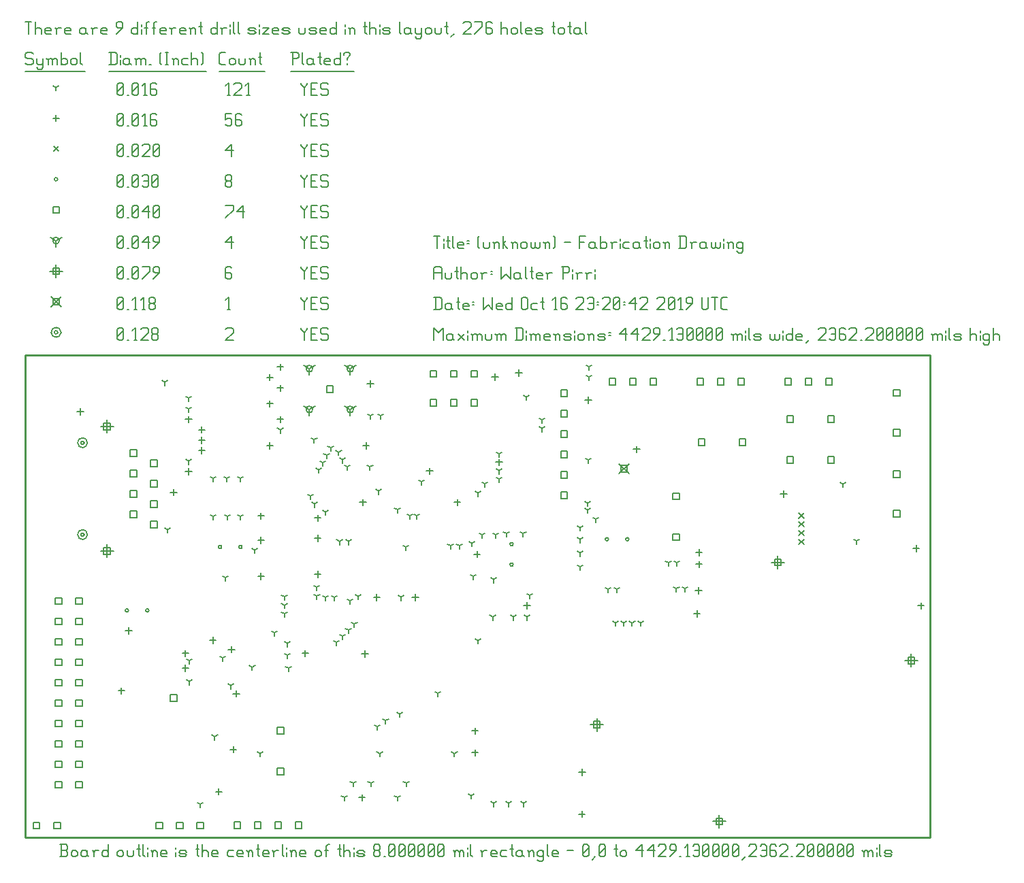
<source format=gbr>
G04 start of page 9 for group -3984 idx -3984 *
G04 Title: (unknown), fab *
G04 Creator: pcb 4.0.2 *
G04 CreationDate: Wed Oct 16 23:20:42 2019 UTC *
G04 For: walter *
G04 Format: Gerber/RS-274X *
G04 PCB-Dimensions (mil): 4429.13 2362.20 *
G04 PCB-Coordinate-Origin: lower left *
%MOIN*%
%FSLAX25Y25*%
%LNFAB*%
%ADD97C,0.0100*%
%ADD96C,0.0060*%
%ADD95R,0.0080X0.0080*%
G54D95*X27152Y148384D02*G75*G03X28752Y148384I800J0D01*G01*
G75*G03X27152Y148384I-800J0D01*G01*
X25552D02*G75*G03X30352Y148384I2400J0D01*G01*
G75*G03X25552Y148384I-2400J0D01*G01*
X27152Y193384D02*G75*G03X28752Y193384I800J0D01*G01*
G75*G03X27152Y193384I-800J0D01*G01*
X25552D02*G75*G03X30352Y193384I2400J0D01*G01*
G75*G03X25552Y193384I-2400J0D01*G01*
X14200Y247470D02*G75*G03X15800Y247470I800J0D01*G01*
G75*G03X14200Y247470I-800J0D01*G01*
X12600D02*G75*G03X17400Y247470I2400J0D01*G01*
G75*G03X12600Y247470I-2400J0D01*G01*
G54D96*X135000Y249720D02*Y248970D01*
X136500Y247470D01*
X138000Y248970D01*
Y249720D02*Y248970D01*
X136500Y247470D02*Y243720D01*
X139800Y246720D02*X142050D01*
X139800Y243720D02*X142800D01*
X139800Y249720D02*Y243720D01*
Y249720D02*X142800D01*
X147600D02*X148350Y248970D01*
X145350Y249720D02*X147600D01*
X144600Y248970D02*X145350Y249720D01*
X144600Y248970D02*Y247470D01*
X145350Y246720D01*
X147600D01*
X148350Y245970D01*
Y244470D01*
X147600Y243720D02*X148350Y244470D01*
X145350Y243720D02*X147600D01*
X144600Y244470D02*X145350Y243720D01*
X98000Y248970D02*X98750Y249720D01*
X101000D01*
X101750Y248970D01*
Y247470D01*
X98000Y243720D02*X101750Y247470D01*
X98000Y243720D02*X101750D01*
X45000Y244470D02*X45750Y243720D01*
X45000Y248970D02*Y244470D01*
Y248970D02*X45750Y249720D01*
X47250D01*
X48000Y248970D01*
Y244470D01*
X47250Y243720D02*X48000Y244470D01*
X45750Y243720D02*X47250D01*
X45000Y245220D02*X48000Y248220D01*
X49800Y243720D02*X50550D01*
X53100D02*X54600D01*
X53850Y249720D02*Y243720D01*
X52350Y248220D02*X53850Y249720D01*
X56400Y248970D02*X57150Y249720D01*
X59400D01*
X60150Y248970D01*
Y247470D01*
X56400Y243720D02*X60150Y247470D01*
X56400Y243720D02*X60150D01*
X61950Y244470D02*X62700Y243720D01*
X61950Y245970D02*Y244470D01*
Y245970D02*X62700Y246720D01*
X64200D01*
X64950Y245970D01*
Y244470D01*
X64200Y243720D02*X64950Y244470D01*
X62700Y243720D02*X64200D01*
X61950Y247470D02*X62700Y246720D01*
X61950Y248970D02*Y247470D01*
Y248970D02*X62700Y249720D01*
X64200D01*
X64950Y248970D01*
Y247470D01*
X64200Y246720D02*X64950Y247470D01*
X290620Y182956D02*X295420Y178156D01*
X290620D02*X295420Y182956D01*
X291420Y182156D02*X294620D01*
X291420D02*Y178956D01*
X294620D01*
Y182156D02*Y178956D01*
X12600Y264870D02*X17400Y260070D01*
X12600D02*X17400Y264870D01*
X13400Y264070D02*X16600D01*
X13400D02*Y260870D01*
X16600D01*
Y264070D02*Y260870D01*
X135000Y264720D02*Y263970D01*
X136500Y262470D01*
X138000Y263970D01*
Y264720D02*Y263970D01*
X136500Y262470D02*Y258720D01*
X139800Y261720D02*X142050D01*
X139800Y258720D02*X142800D01*
X139800Y264720D02*Y258720D01*
Y264720D02*X142800D01*
X147600D02*X148350Y263970D01*
X145350Y264720D02*X147600D01*
X144600Y263970D02*X145350Y264720D01*
X144600Y263970D02*Y262470D01*
X145350Y261720D01*
X147600D01*
X148350Y260970D01*
Y259470D01*
X147600Y258720D02*X148350Y259470D01*
X145350Y258720D02*X147600D01*
X144600Y259470D02*X145350Y258720D01*
X98750D02*X100250D01*
X99500Y264720D02*Y258720D01*
X98000Y263220D02*X99500Y264720D01*
X45000Y259470D02*X45750Y258720D01*
X45000Y263970D02*Y259470D01*
Y263970D02*X45750Y264720D01*
X47250D01*
X48000Y263970D01*
Y259470D01*
X47250Y258720D02*X48000Y259470D01*
X45750Y258720D02*X47250D01*
X45000Y260220D02*X48000Y263220D01*
X49800Y258720D02*X50550D01*
X53100D02*X54600D01*
X53850Y264720D02*Y258720D01*
X52350Y263220D02*X53850Y264720D01*
X57150Y258720D02*X58650D01*
X57900Y264720D02*Y258720D01*
X56400Y263220D02*X57900Y264720D01*
X60450Y259470D02*X61200Y258720D01*
X60450Y260970D02*Y259470D01*
Y260970D02*X61200Y261720D01*
X62700D01*
X63450Y260970D01*
Y259470D01*
X62700Y258720D02*X63450Y259470D01*
X61200Y258720D02*X62700D01*
X60450Y262470D02*X61200Y261720D01*
X60450Y263970D02*Y262470D01*
Y263970D02*X61200Y264720D01*
X62700D01*
X63450Y263970D01*
Y262470D01*
X62700Y261720D02*X63450Y262470D01*
X279763Y58436D02*Y52036D01*
X276563Y55236D02*X282963D01*
X278163Y56836D02*X281363D01*
X278163D02*Y53636D01*
X281363D01*
Y56836D02*Y53636D01*
X368346Y137963D02*Y131563D01*
X365146Y134763D02*X371546D01*
X366746Y136363D02*X369946D01*
X366746D02*Y133163D01*
X369946D01*
Y136363D02*Y133163D01*
X433700Y89932D02*Y83532D01*
X430500Y86732D02*X436900D01*
X432100Y88332D02*X435300D01*
X432100D02*Y85132D01*
X435300D01*
Y88332D02*Y85132D01*
X339684Y11035D02*Y4635D01*
X336484Y7835D02*X342884D01*
X338084Y9435D02*X341284D01*
X338084D02*Y6235D01*
X341284D01*
Y9435D02*Y6235D01*
X39952Y143584D02*Y137184D01*
X36752Y140384D02*X43152D01*
X38352Y141984D02*X41552D01*
X38352D02*Y138784D01*
X41552D01*
Y141984D02*Y138784D01*
X39952Y204584D02*Y198184D01*
X36752Y201384D02*X43152D01*
X38352Y202984D02*X41552D01*
X38352D02*Y199784D01*
X41552D01*
Y202984D02*Y199784D01*
X15000Y280670D02*Y274270D01*
X11800Y277470D02*X18200D01*
X13400Y279070D02*X16600D01*
X13400D02*Y275870D01*
X16600D01*
Y279070D02*Y275870D01*
X135000Y279720D02*Y278970D01*
X136500Y277470D01*
X138000Y278970D01*
Y279720D02*Y278970D01*
X136500Y277470D02*Y273720D01*
X139800Y276720D02*X142050D01*
X139800Y273720D02*X142800D01*
X139800Y279720D02*Y273720D01*
Y279720D02*X142800D01*
X147600D02*X148350Y278970D01*
X145350Y279720D02*X147600D01*
X144600Y278970D02*X145350Y279720D01*
X144600Y278970D02*Y277470D01*
X145350Y276720D01*
X147600D01*
X148350Y275970D01*
Y274470D01*
X147600Y273720D02*X148350Y274470D01*
X145350Y273720D02*X147600D01*
X144600Y274470D02*X145350Y273720D01*
X100250Y279720D02*X101000Y278970D01*
X98750Y279720D02*X100250D01*
X98000Y278970D02*X98750Y279720D01*
X98000Y278970D02*Y274470D01*
X98750Y273720D01*
X100250Y276720D02*X101000Y275970D01*
X98000Y276720D02*X100250D01*
X98750Y273720D02*X100250D01*
X101000Y274470D01*
Y275970D02*Y274470D01*
X45000D02*X45750Y273720D01*
X45000Y278970D02*Y274470D01*
Y278970D02*X45750Y279720D01*
X47250D01*
X48000Y278970D01*
Y274470D01*
X47250Y273720D02*X48000Y274470D01*
X45750Y273720D02*X47250D01*
X45000Y275220D02*X48000Y278220D01*
X49800Y273720D02*X50550D01*
X52350Y274470D02*X53100Y273720D01*
X52350Y278970D02*Y274470D01*
Y278970D02*X53100Y279720D01*
X54600D01*
X55350Y278970D01*
Y274470D01*
X54600Y273720D02*X55350Y274470D01*
X53100Y273720D02*X54600D01*
X52350Y275220D02*X55350Y278220D01*
X57150Y273720D02*X60900Y277470D01*
Y279720D02*Y277470D01*
X57150Y279720D02*X60900D01*
X62700Y273720D02*X65700Y276720D01*
Y278970D02*Y276720D01*
X64950Y279720D02*X65700Y278970D01*
X63450Y279720D02*X64950D01*
X62700Y278970D02*X63450Y279720D01*
X62700Y278970D02*Y277470D01*
X63450Y276720D01*
X65700D01*
X139016Y209685D02*Y206485D01*
Y209685D02*X141789Y211285D01*
X139016Y209685D02*X136243Y211285D01*
X137416Y209685D02*G75*G03X140616Y209685I1600J0D01*G01*
G75*G03X137416Y209685I-1600J0D01*G01*
X139016Y229685D02*Y226485D01*
Y229685D02*X141789Y231285D01*
X139016Y229685D02*X136243Y231285D01*
X137416Y229685D02*G75*G03X140616Y229685I1600J0D01*G01*
G75*G03X137416Y229685I-1600J0D01*G01*
X159016Y209685D02*Y206485D01*
Y209685D02*X161789Y211285D01*
X159016Y209685D02*X156243Y211285D01*
X157416Y209685D02*G75*G03X160616Y209685I1600J0D01*G01*
G75*G03X157416Y209685I-1600J0D01*G01*
X159016Y229685D02*Y226485D01*
Y229685D02*X161789Y231285D01*
X159016Y229685D02*X156243Y231285D01*
X157416Y229685D02*G75*G03X160616Y229685I1600J0D01*G01*
G75*G03X157416Y229685I-1600J0D01*G01*
X15000Y292470D02*Y289270D01*
Y292470D02*X17773Y294070D01*
X15000Y292470D02*X12227Y294070D01*
X13400Y292470D02*G75*G03X16600Y292470I1600J0D01*G01*
G75*G03X13400Y292470I-1600J0D01*G01*
X135000Y294720D02*Y293970D01*
X136500Y292470D01*
X138000Y293970D01*
Y294720D02*Y293970D01*
X136500Y292470D02*Y288720D01*
X139800Y291720D02*X142050D01*
X139800Y288720D02*X142800D01*
X139800Y294720D02*Y288720D01*
Y294720D02*X142800D01*
X147600D02*X148350Y293970D01*
X145350Y294720D02*X147600D01*
X144600Y293970D02*X145350Y294720D01*
X144600Y293970D02*Y292470D01*
X145350Y291720D01*
X147600D01*
X148350Y290970D01*
Y289470D01*
X147600Y288720D02*X148350Y289470D01*
X145350Y288720D02*X147600D01*
X144600Y289470D02*X145350Y288720D01*
X98000Y291720D02*X101000Y294720D01*
X98000Y291720D02*X101750D01*
X101000Y294720D02*Y288720D01*
X45000Y289470D02*X45750Y288720D01*
X45000Y293970D02*Y289470D01*
Y293970D02*X45750Y294720D01*
X47250D01*
X48000Y293970D01*
Y289470D01*
X47250Y288720D02*X48000Y289470D01*
X45750Y288720D02*X47250D01*
X45000Y290220D02*X48000Y293220D01*
X49800Y288720D02*X50550D01*
X52350Y289470D02*X53100Y288720D01*
X52350Y293970D02*Y289470D01*
Y293970D02*X53100Y294720D01*
X54600D01*
X55350Y293970D01*
Y289470D01*
X54600Y288720D02*X55350Y289470D01*
X53100Y288720D02*X54600D01*
X52350Y290220D02*X55350Y293220D01*
X57150Y291720D02*X60150Y294720D01*
X57150Y291720D02*X60900D01*
X60150Y294720D02*Y288720D01*
X62700D02*X65700Y291720D01*
Y293970D02*Y291720D01*
X64950Y294720D02*X65700Y293970D01*
X63450Y294720D02*X64950D01*
X62700Y293970D02*X63450Y294720D01*
X62700Y293970D02*Y292470D01*
X63450Y291720D01*
X65700D01*
X262180Y219316D02*X265380D01*
X262180D02*Y216116D01*
X265380D01*
Y219316D02*Y216116D01*
X262180Y209316D02*X265380D01*
X262180D02*Y206116D01*
X265380D01*
Y209316D02*Y206116D01*
X262180Y199316D02*X265380D01*
X262180D02*Y196116D01*
X265380D01*
Y199316D02*Y196116D01*
X262180Y189316D02*X265380D01*
X262180D02*Y186116D01*
X265380D01*
Y189316D02*Y186116D01*
X262180Y179316D02*X265380D01*
X262180D02*Y176116D01*
X265380D01*
Y179316D02*Y176116D01*
X262180Y169316D02*X265380D01*
X262180D02*Y166116D01*
X265380D01*
Y169316D02*Y166116D01*
X24581Y27387D02*X27781D01*
X24581D02*Y24187D01*
X27781D01*
Y27387D02*Y24187D01*
X14581Y27387D02*X17781D01*
X14581D02*Y24187D01*
X17781D01*
Y27387D02*Y24187D01*
X24581Y37387D02*X27781D01*
X24581D02*Y34187D01*
X27781D01*
Y37387D02*Y34187D01*
X14581Y37387D02*X17781D01*
X14581D02*Y34187D01*
X17781D01*
Y37387D02*Y34187D01*
X24581Y47387D02*X27781D01*
X24581D02*Y44187D01*
X27781D01*
Y47387D02*Y44187D01*
X14581Y47387D02*X17781D01*
X14581D02*Y44187D01*
X17781D01*
Y47387D02*Y44187D01*
X24581Y57387D02*X27781D01*
X24581D02*Y54187D01*
X27781D01*
Y57387D02*Y54187D01*
X14581Y57387D02*X17781D01*
X14581D02*Y54187D01*
X17781D01*
Y57387D02*Y54187D01*
X24581Y67387D02*X27781D01*
X24581D02*Y64187D01*
X27781D01*
Y67387D02*Y64187D01*
X14581Y67387D02*X17781D01*
X14581D02*Y64187D01*
X17781D01*
Y67387D02*Y64187D01*
X24581Y77387D02*X27781D01*
X24581D02*Y74187D01*
X27781D01*
Y77387D02*Y74187D01*
X14581Y77387D02*X17781D01*
X14581D02*Y74187D01*
X17781D01*
Y77387D02*Y74187D01*
X24581Y87387D02*X27781D01*
X24581D02*Y84187D01*
X27781D01*
Y87387D02*Y84187D01*
X14581Y87387D02*X17781D01*
X14581D02*Y84187D01*
X17781D01*
Y87387D02*Y84187D01*
X24581Y97387D02*X27781D01*
X24581D02*Y94187D01*
X27781D01*
Y97387D02*Y94187D01*
X14581Y97387D02*X17781D01*
X14581D02*Y94187D01*
X17781D01*
Y97387D02*Y94187D01*
X24581Y107387D02*X27781D01*
X24581D02*Y104187D01*
X27781D01*
Y107387D02*Y104187D01*
X14581Y107387D02*X17781D01*
X14581D02*Y104187D01*
X17781D01*
Y107387D02*Y104187D01*
X24581Y117387D02*X27781D01*
X24581D02*Y114187D01*
X27781D01*
Y117387D02*Y114187D01*
X14581Y117387D02*X17781D01*
X14581D02*Y114187D01*
X17781D01*
Y117387D02*Y114187D01*
X83970Y7474D02*X87170D01*
X83970D02*Y4274D01*
X87170D01*
Y7474D02*Y4274D01*
X73931Y7474D02*X77131D01*
X73931D02*Y4274D01*
X77131D01*
Y7474D02*Y4274D01*
X63892Y7474D02*X67092D01*
X63892D02*Y4274D01*
X67092D01*
Y7474D02*Y4274D01*
X3852Y7474D02*X7052D01*
X3852D02*Y4274D01*
X7052D01*
Y7474D02*Y4274D01*
X13892Y7474D02*X17092D01*
X13892D02*Y4274D01*
X17092D01*
Y7474D02*Y4274D01*
X147416Y221285D02*X150616D01*
X147416D02*Y218085D01*
X150616D01*
Y221285D02*Y218085D01*
X329501Y195301D02*X332701D01*
X329501D02*Y192101D01*
X332701D01*
Y195301D02*Y192101D01*
X349501Y195301D02*X352701D01*
X349501D02*Y192101D01*
X352701D01*
Y195301D02*Y192101D01*
X285825Y224829D02*X289025D01*
X285825D02*Y221629D01*
X289025D01*
Y224829D02*Y221629D01*
X295825Y224829D02*X299025D01*
X295825D02*Y221629D01*
X299025D01*
Y224829D02*Y221629D01*
X305825Y224829D02*X309025D01*
X305825D02*Y221629D01*
X309025D01*
Y224829D02*Y221629D01*
X316904Y168727D02*X320104D01*
X316904D02*Y165527D01*
X320104D01*
Y168727D02*Y165527D01*
X316904Y148727D02*X320104D01*
X316904D02*Y145527D01*
X320104D01*
Y148727D02*Y145527D01*
X371825Y224829D02*X375025D01*
X371825D02*Y221629D01*
X375025D01*
Y224829D02*Y221629D01*
X381825Y224829D02*X385025D01*
X381825D02*Y221629D01*
X385025D01*
Y224829D02*Y221629D01*
X391825Y224829D02*X395025D01*
X391825D02*Y221629D01*
X395025D01*
Y224829D02*Y221629D01*
X123203Y33883D02*X126403D01*
X123203D02*Y30683D01*
X126403D01*
Y33883D02*Y30683D01*
X123203Y53883D02*X126403D01*
X123203D02*Y50683D01*
X126403D01*
Y53883D02*Y50683D01*
X328825Y224829D02*X332025D01*
X328825D02*Y221629D01*
X332025D01*
Y224829D02*Y221629D01*
X338825Y224829D02*X342025D01*
X338825D02*Y221629D01*
X342025D01*
Y224829D02*Y221629D01*
X348825Y224829D02*X352025D01*
X348825D02*Y221629D01*
X352025D01*
Y224829D02*Y221629D01*
X392785Y186546D02*X395985D01*
X392785D02*Y183346D01*
X395985D01*
Y186546D02*Y183346D01*
X392785Y206546D02*X395985D01*
X392785D02*Y203346D01*
X395985D01*
Y206546D02*Y203346D01*
X372785Y206546D02*X375985D01*
X372785D02*Y203346D01*
X375985D01*
Y206546D02*Y203346D01*
X372785Y186546D02*X375985D01*
X372785D02*Y183346D01*
X375985D01*
Y186546D02*Y183346D01*
X424974Y200006D02*X428174D01*
X424974D02*Y196806D01*
X428174D01*
Y200006D02*Y196806D01*
X424974Y219406D02*X428174D01*
X424974D02*Y216206D01*
X428174D01*
Y219406D02*Y216206D01*
X424974Y160242D02*X428174D01*
X424974D02*Y157042D01*
X428174D01*
Y160242D02*Y157042D01*
X424974Y179642D02*X428174D01*
X424974D02*Y176442D01*
X428174D01*
Y179642D02*Y176442D01*
X218085Y214592D02*X221285D01*
X218085D02*Y211392D01*
X221285D01*
Y214592D02*Y211392D01*
X208085Y214592D02*X211285D01*
X208085D02*Y211392D01*
X211285D01*
Y214592D02*Y211392D01*
X198085Y214592D02*X201285D01*
X198085D02*Y211392D01*
X201285D01*
Y214592D02*Y211392D01*
X61352Y154984D02*X64552D01*
X61352D02*Y151784D01*
X64552D01*
Y154984D02*Y151784D01*
X61352Y184984D02*X64552D01*
X61352D02*Y181784D01*
X64552D01*
Y184984D02*Y181784D01*
X61352Y174984D02*X64552D01*
X61352D02*Y171784D01*
X64552D01*
Y174984D02*Y171784D01*
X61352Y164984D02*X64552D01*
X61352D02*Y161784D01*
X64552D01*
Y164984D02*Y161784D01*
X51352Y179984D02*X54552D01*
X51352D02*Y176784D01*
X54552D01*
Y179984D02*Y176784D01*
X51352Y169984D02*X54552D01*
X51352D02*Y166784D01*
X54552D01*
Y169984D02*Y166784D01*
X51352Y189984D02*X54552D01*
X51352D02*Y186784D01*
X54552D01*
Y189984D02*Y186784D01*
X51352Y159984D02*X54552D01*
X51352D02*Y156784D01*
X54552D01*
Y159984D02*Y156784D01*
X132062Y7505D02*X135262D01*
X132062D02*Y4305D01*
X135262D01*
Y7505D02*Y4305D01*
X122062Y7505D02*X125262D01*
X122062D02*Y4305D01*
X125262D01*
Y7505D02*Y4305D01*
X112062Y7505D02*X115262D01*
X112062D02*Y4305D01*
X115262D01*
Y7505D02*Y4305D01*
X102062Y7505D02*X105262D01*
X102062D02*Y4305D01*
X105262D01*
Y7505D02*Y4305D01*
X218085Y228765D02*X221285D01*
X218085D02*Y225565D01*
X221285D01*
Y228765D02*Y225565D01*
X208085Y228765D02*X211285D01*
X208085D02*Y225565D01*
X211285D01*
Y228765D02*Y225565D01*
X198085Y228765D02*X201285D01*
X198085D02*Y225565D01*
X201285D01*
Y228765D02*Y225565D01*
X71038Y69906D02*X74238D01*
X71038D02*Y66706D01*
X74238D01*
Y69906D02*Y66706D01*
X13400Y309070D02*X16600D01*
X13400D02*Y305870D01*
X16600D01*
Y309070D02*Y305870D01*
X135000Y309720D02*Y308970D01*
X136500Y307470D01*
X138000Y308970D01*
Y309720D02*Y308970D01*
X136500Y307470D02*Y303720D01*
X139800Y306720D02*X142050D01*
X139800Y303720D02*X142800D01*
X139800Y309720D02*Y303720D01*
Y309720D02*X142800D01*
X147600D02*X148350Y308970D01*
X145350Y309720D02*X147600D01*
X144600Y308970D02*X145350Y309720D01*
X144600Y308970D02*Y307470D01*
X145350Y306720D01*
X147600D01*
X148350Y305970D01*
Y304470D01*
X147600Y303720D02*X148350Y304470D01*
X145350Y303720D02*X147600D01*
X144600Y304470D02*X145350Y303720D01*
X98000D02*X101750Y307470D01*
Y309720D02*Y307470D01*
X98000Y309720D02*X101750D01*
X103550Y306720D02*X106550Y309720D01*
X103550Y306720D02*X107300D01*
X106550Y309720D02*Y303720D01*
X45000Y304470D02*X45750Y303720D01*
X45000Y308970D02*Y304470D01*
Y308970D02*X45750Y309720D01*
X47250D01*
X48000Y308970D01*
Y304470D01*
X47250Y303720D02*X48000Y304470D01*
X45750Y303720D02*X47250D01*
X45000Y305220D02*X48000Y308220D01*
X49800Y303720D02*X50550D01*
X52350Y304470D02*X53100Y303720D01*
X52350Y308970D02*Y304470D01*
Y308970D02*X53100Y309720D01*
X54600D01*
X55350Y308970D01*
Y304470D01*
X54600Y303720D02*X55350Y304470D01*
X53100Y303720D02*X54600D01*
X52350Y305220D02*X55350Y308220D01*
X57150Y306720D02*X60150Y309720D01*
X57150Y306720D02*X60900D01*
X60150Y309720D02*Y303720D01*
X62700Y304470D02*X63450Y303720D01*
X62700Y308970D02*Y304470D01*
Y308970D02*X63450Y309720D01*
X64950D01*
X65700Y308970D01*
Y304470D01*
X64950Y303720D02*X65700Y304470D01*
X63450Y303720D02*X64950D01*
X62700Y305220D02*X65700Y308220D01*
X237192Y133661D02*G75*G03X238792Y133661I800J0D01*G01*
G75*G03X237192Y133661I-800J0D01*G01*
Y143661D02*G75*G03X238792Y143661I800J0D01*G01*
G75*G03X237192Y143661I-800J0D01*G01*
X58847Y111219D02*G75*G03X60447Y111219I800J0D01*G01*
G75*G03X58847Y111219I-800J0D01*G01*
X48847D02*G75*G03X50447Y111219I800J0D01*G01*
G75*G03X48847Y111219I-800J0D01*G01*
X293886Y146065D02*G75*G03X295486Y146065I800J0D01*G01*
G75*G03X293886Y146065I-800J0D01*G01*
X283886D02*G75*G03X285486Y146065I800J0D01*G01*
G75*G03X283886Y146065I-800J0D01*G01*
X104515Y142322D02*G75*G03X106115Y142322I800J0D01*G01*
G75*G03X104515Y142322I-800J0D01*G01*
X94515D02*G75*G03X96115Y142322I800J0D01*G01*
G75*G03X94515Y142322I-800J0D01*G01*
X14200Y322470D02*G75*G03X15800Y322470I800J0D01*G01*
G75*G03X14200Y322470I-800J0D01*G01*
X135000Y324720D02*Y323970D01*
X136500Y322470D01*
X138000Y323970D01*
Y324720D02*Y323970D01*
X136500Y322470D02*Y318720D01*
X139800Y321720D02*X142050D01*
X139800Y318720D02*X142800D01*
X139800Y324720D02*Y318720D01*
Y324720D02*X142800D01*
X147600D02*X148350Y323970D01*
X145350Y324720D02*X147600D01*
X144600Y323970D02*X145350Y324720D01*
X144600Y323970D02*Y322470D01*
X145350Y321720D01*
X147600D01*
X148350Y320970D01*
Y319470D01*
X147600Y318720D02*X148350Y319470D01*
X145350Y318720D02*X147600D01*
X144600Y319470D02*X145350Y318720D01*
X98000Y319470D02*X98750Y318720D01*
X98000Y320970D02*Y319470D01*
Y320970D02*X98750Y321720D01*
X100250D01*
X101000Y320970D01*
Y319470D01*
X100250Y318720D02*X101000Y319470D01*
X98750Y318720D02*X100250D01*
X98000Y322470D02*X98750Y321720D01*
X98000Y323970D02*Y322470D01*
Y323970D02*X98750Y324720D01*
X100250D01*
X101000Y323970D01*
Y322470D01*
X100250Y321720D02*X101000Y322470D01*
X45000Y319470D02*X45750Y318720D01*
X45000Y323970D02*Y319470D01*
Y323970D02*X45750Y324720D01*
X47250D01*
X48000Y323970D01*
Y319470D01*
X47250Y318720D02*X48000Y319470D01*
X45750Y318720D02*X47250D01*
X45000Y320220D02*X48000Y323220D01*
X49800Y318720D02*X50550D01*
X52350Y319470D02*X53100Y318720D01*
X52350Y323970D02*Y319470D01*
Y323970D02*X53100Y324720D01*
X54600D01*
X55350Y323970D01*
Y319470D01*
X54600Y318720D02*X55350Y319470D01*
X53100Y318720D02*X54600D01*
X52350Y320220D02*X55350Y323220D01*
X57150Y323970D02*X57900Y324720D01*
X59400D01*
X60150Y323970D01*
Y319470D01*
X59400Y318720D02*X60150Y319470D01*
X57900Y318720D02*X59400D01*
X57150Y319470D02*X57900Y318720D01*
Y321720D02*X60150D01*
X61950Y319470D02*X62700Y318720D01*
X61950Y323970D02*Y319470D01*
Y323970D02*X62700Y324720D01*
X64200D01*
X64950Y323970D01*
Y319470D01*
X64200Y318720D02*X64950Y319470D01*
X62700Y318720D02*X64200D01*
X61950Y320220D02*X64950Y323220D01*
X378721Y158877D02*X381121Y156477D01*
X378721D02*X381121Y158877D01*
X378721Y154743D02*X381121Y152343D01*
X378721D02*X381121Y154743D01*
X378721Y150412D02*X381121Y148012D01*
X378721D02*X381121Y150412D01*
X378721Y146081D02*X381121Y143681D01*
X378721D02*X381121Y146081D01*
X13800Y338670D02*X16200Y336270D01*
X13800D02*X16200Y338670D01*
X135000Y339720D02*Y338970D01*
X136500Y337470D01*
X138000Y338970D01*
Y339720D02*Y338970D01*
X136500Y337470D02*Y333720D01*
X139800Y336720D02*X142050D01*
X139800Y333720D02*X142800D01*
X139800Y339720D02*Y333720D01*
Y339720D02*X142800D01*
X147600D02*X148350Y338970D01*
X145350Y339720D02*X147600D01*
X144600Y338970D02*X145350Y339720D01*
X144600Y338970D02*Y337470D01*
X145350Y336720D01*
X147600D01*
X148350Y335970D01*
Y334470D01*
X147600Y333720D02*X148350Y334470D01*
X145350Y333720D02*X147600D01*
X144600Y334470D02*X145350Y333720D01*
X98000Y336720D02*X101000Y339720D01*
X98000Y336720D02*X101750D01*
X101000Y339720D02*Y333720D01*
X45000Y334470D02*X45750Y333720D01*
X45000Y338970D02*Y334470D01*
Y338970D02*X45750Y339720D01*
X47250D01*
X48000Y338970D01*
Y334470D01*
X47250Y333720D02*X48000Y334470D01*
X45750Y333720D02*X47250D01*
X45000Y335220D02*X48000Y338220D01*
X49800Y333720D02*X50550D01*
X52350Y334470D02*X53100Y333720D01*
X52350Y338970D02*Y334470D01*
Y338970D02*X53100Y339720D01*
X54600D01*
X55350Y338970D01*
Y334470D01*
X54600Y333720D02*X55350Y334470D01*
X53100Y333720D02*X54600D01*
X52350Y335220D02*X55350Y338220D01*
X57150Y338970D02*X57900Y339720D01*
X60150D01*
X60900Y338970D01*
Y337470D01*
X57150Y333720D02*X60900Y337470D01*
X57150Y333720D02*X60900D01*
X62700Y334470D02*X63450Y333720D01*
X62700Y338970D02*Y334470D01*
Y338970D02*X63450Y339720D01*
X64950D01*
X65700Y338970D01*
Y334470D01*
X64950Y333720D02*X65700Y334470D01*
X63450Y333720D02*X64950D01*
X62700Y335220D02*X65700Y338220D01*
X329726Y135458D02*Y132258D01*
X328126Y133858D02*X331326D01*
X94685Y24040D02*Y20840D01*
X93085Y22440D02*X96285D01*
X329530Y122663D02*Y119463D01*
X327930Y121063D02*X331130D01*
X328742Y111245D02*Y108045D01*
X327142Y109645D02*X330342D01*
X221065Y140379D02*Y137179D01*
X219465Y138779D02*X222665D01*
X115356Y147269D02*Y144069D01*
X113756Y145669D02*X116956D01*
X197835Y181127D02*Y177927D01*
X196235Y179527D02*X199435D01*
X166144Y91560D02*Y88360D01*
X164544Y89960D02*X167744D01*
X143112Y158095D02*Y154895D01*
X141512Y156495D02*X144712D01*
X165157Y165773D02*Y162573D01*
X163557Y164173D02*X166757D01*
X143112Y148253D02*Y145053D01*
X141512Y146653D02*X144712D01*
X143112Y130536D02*Y127336D01*
X141512Y128936D02*X144712D01*
X172049Y119316D02*Y116116D01*
X170449Y117716D02*X173649D01*
X190945Y119316D02*Y116116D01*
X189345Y117716D02*X192545D01*
X137008Y91757D02*Y88557D01*
X135408Y90157D02*X138608D01*
X115356Y159080D02*Y155880D01*
X113756Y157480D02*X116956D01*
X166732Y193529D02*Y190329D01*
X165132Y191929D02*X168332D01*
X115356Y129552D02*Y126352D01*
X113756Y127952D02*X116956D01*
X78349Y91756D02*Y88556D01*
X76749Y90156D02*X79949D01*
X91733Y98253D02*Y95053D01*
X90133Y96653D02*X93333D01*
X100986Y93724D02*Y90524D01*
X99386Y92124D02*X102586D01*
X50594Y102976D02*Y99776D01*
X48994Y101376D02*X52194D01*
X47050Y73449D02*Y70249D01*
X45450Y71849D02*X48650D01*
X101772Y44710D02*Y41510D01*
X100172Y43110D02*X103372D01*
X103151Y72071D02*Y68871D01*
X101551Y70471D02*X104751D01*
X78348Y84669D02*Y81469D01*
X76748Y83069D02*X79948D01*
X164764Y21088D02*Y17888D01*
X163164Y19488D02*X166364D01*
X220079Y53765D02*Y50565D01*
X218479Y52165D02*X221679D01*
X220079Y43135D02*Y39935D01*
X218479Y41535D02*X221679D01*
X245472Y115182D02*Y111982D01*
X243872Y113582D02*X247072D01*
X72638Y170694D02*Y167494D01*
X71038Y169094D02*X74238D01*
X272441Y13017D02*Y9817D01*
X270841Y11417D02*X274041D01*
X211417Y165773D02*Y162573D01*
X209817Y164173D02*X213017D01*
X231890Y185458D02*Y182258D01*
X230290Y183858D02*X233490D01*
X241535Y229159D02*Y225959D01*
X239935Y227559D02*X243135D01*
X168898Y223844D02*Y220644D01*
X167298Y222244D02*X170498D01*
X229921Y227190D02*Y223990D01*
X228321Y225590D02*X231521D01*
X329726Y141166D02*Y137966D01*
X328126Y139566D02*X331326D01*
X124788Y232141D02*Y228941D01*
X123188Y230541D02*X126388D01*
X124788Y221753D02*Y218553D01*
X123188Y220153D02*X126388D01*
X124788Y206465D02*Y203265D01*
X123188Y204865D02*X126388D01*
X79904Y206465D02*Y203265D01*
X78304Y204865D02*X81504D01*
X79904Y180985D02*Y177785D01*
X78304Y179385D02*X81504D01*
X119692Y227045D02*Y223845D01*
X118092Y225445D02*X121292D01*
X119692Y214109D02*Y210909D01*
X118092Y212509D02*X121292D01*
X119692Y193529D02*Y190329D01*
X118092Y191929D02*X121292D01*
X86372Y201369D02*Y198169D01*
X84772Y199769D02*X87972D01*
X86372Y196273D02*Y193073D01*
X84772Y194673D02*X87972D01*
X86372Y191177D02*Y187977D01*
X84772Y189577D02*X87972D01*
X26971Y210243D02*Y207043D01*
X25371Y208643D02*X28571D01*
X438452Y115124D02*Y111924D01*
X436852Y113524D02*X440052D01*
X371224Y170004D02*Y166804D01*
X369624Y168404D02*X372824D01*
X436100Y143152D02*Y139952D01*
X434500Y141552D02*X437700D01*
X275576Y215868D02*Y212668D01*
X273976Y214268D02*X277176D01*
X299213Y191757D02*Y188557D01*
X297613Y190157D02*X300813D01*
X272638Y33489D02*Y30289D01*
X271038Y31889D02*X274238D01*
X15000Y354070D02*Y350870D01*
X13400Y352470D02*X16600D01*
X135000Y354720D02*Y353970D01*
X136500Y352470D01*
X138000Y353970D01*
Y354720D02*Y353970D01*
X136500Y352470D02*Y348720D01*
X139800Y351720D02*X142050D01*
X139800Y348720D02*X142800D01*
X139800Y354720D02*Y348720D01*
Y354720D02*X142800D01*
X147600D02*X148350Y353970D01*
X145350Y354720D02*X147600D01*
X144600Y353970D02*X145350Y354720D01*
X144600Y353970D02*Y352470D01*
X145350Y351720D01*
X147600D01*
X148350Y350970D01*
Y349470D01*
X147600Y348720D02*X148350Y349470D01*
X145350Y348720D02*X147600D01*
X144600Y349470D02*X145350Y348720D01*
X98000Y354720D02*X101000D01*
X98000D02*Y351720D01*
X98750Y352470D01*
X100250D01*
X101000Y351720D01*
Y349470D01*
X100250Y348720D02*X101000Y349470D01*
X98750Y348720D02*X100250D01*
X98000Y349470D02*X98750Y348720D01*
X105050Y354720D02*X105800Y353970D01*
X103550Y354720D02*X105050D01*
X102800Y353970D02*X103550Y354720D01*
X102800Y353970D02*Y349470D01*
X103550Y348720D01*
X105050Y351720D02*X105800Y350970D01*
X102800Y351720D02*X105050D01*
X103550Y348720D02*X105050D01*
X105800Y349470D01*
Y350970D02*Y349470D01*
X45000D02*X45750Y348720D01*
X45000Y353970D02*Y349470D01*
Y353970D02*X45750Y354720D01*
X47250D01*
X48000Y353970D01*
Y349470D01*
X47250Y348720D02*X48000Y349470D01*
X45750Y348720D02*X47250D01*
X45000Y350220D02*X48000Y353220D01*
X49800Y348720D02*X50550D01*
X52350Y349470D02*X53100Y348720D01*
X52350Y353970D02*Y349470D01*
Y353970D02*X53100Y354720D01*
X54600D01*
X55350Y353970D01*
Y349470D01*
X54600Y348720D02*X55350Y349470D01*
X53100Y348720D02*X54600D01*
X52350Y350220D02*X55350Y353220D01*
X57900Y348720D02*X59400D01*
X58650Y354720D02*Y348720D01*
X57150Y353220D02*X58650Y354720D01*
X63450D02*X64200Y353970D01*
X61950Y354720D02*X63450D01*
X61200Y353970D02*X61950Y354720D01*
X61200Y353970D02*Y349470D01*
X61950Y348720D01*
X63450Y351720D02*X64200Y350970D01*
X61200Y351720D02*X63450D01*
X61950Y348720D02*X63450D01*
X64200Y349470D01*
Y350970D02*Y349470D01*
X100592Y74408D02*Y72808D01*
Y74408D02*X101979Y75208D01*
X100592Y74408D02*X99205Y75208D01*
X80316Y86612D02*Y85012D01*
Y86612D02*X81703Y87412D01*
X80316Y86612D02*X78929Y87412D01*
X80119Y76376D02*Y74776D01*
Y76376D02*X81506Y77176D01*
X80119Y76376D02*X78732Y77176D01*
X128150Y95078D02*Y93478D01*
Y95078D02*X129537Y95878D01*
X128150Y95078D02*X126763Y95878D01*
X128150Y89173D02*Y87573D01*
Y89173D02*X129537Y89973D01*
X128150Y89173D02*X126763Y89973D01*
X121851Y100196D02*Y98596D01*
Y100196D02*X123238Y100996D01*
X121851Y100196D02*X120464Y100996D01*
X111024Y83464D02*Y81864D01*
Y83464D02*X112411Y84264D01*
X111024Y83464D02*X109637Y84264D01*
X275984Y225590D02*Y223990D01*
Y225590D02*X277371Y226390D01*
X275984Y225590D02*X274597Y226390D01*
X158268Y145078D02*Y143478D01*
Y145078D02*X159655Y145878D01*
X158268Y145078D02*X156881Y145878D01*
X186220Y142322D02*Y140722D01*
Y142322D02*X187607Y143122D01*
X186220Y142322D02*X184833Y143122D01*
X212402Y142913D02*Y141313D01*
Y142913D02*X213789Y143713D01*
X212402Y142913D02*X211015Y143713D01*
X96654Y87991D02*Y86391D01*
Y87991D02*X98041Y88791D01*
X96654Y87991D02*X95267Y88791D01*
X193898Y174212D02*Y172612D01*
Y174212D02*X195285Y175012D01*
X193898Y174212D02*X192511Y175012D01*
X112205Y140748D02*Y139148D01*
Y140748D02*X113592Y141548D01*
X112205Y140748D02*X110818Y141548D01*
X183858Y117716D02*Y116116D01*
Y117716D02*X185245Y118516D01*
X183858Y117716D02*X182471Y118516D01*
X69488Y150787D02*Y149187D01*
Y150787D02*X70875Y151587D01*
X69488Y150787D02*X68101Y151587D01*
X160433Y26574D02*Y24974D01*
Y26574D02*X161820Y27374D01*
X160433Y26574D02*X159046Y27374D01*
X153740Y145078D02*Y143478D01*
Y145078D02*X155127Y145878D01*
X153740Y145078D02*X152353Y145878D01*
X322835Y121850D02*Y120250D01*
Y121850D02*X324222Y122650D01*
X322835Y121850D02*X321448Y122650D01*
X318701Y121850D02*Y120250D01*
Y121850D02*X320088Y122650D01*
X318701Y121850D02*X317314Y122650D01*
X318898Y134645D02*Y133045D01*
Y134645D02*X320285Y135445D01*
X318898Y134645D02*X317511Y135445D01*
X314764Y134645D02*Y133045D01*
Y134645D02*X316151Y135445D01*
X314764Y134645D02*X313377Y135445D01*
X301181Y105118D02*Y103518D01*
Y105118D02*X302568Y105918D01*
X301181Y105118D02*X299794Y105918D01*
X297047Y105118D02*Y103518D01*
Y105118D02*X298434Y105918D01*
X297047Y105118D02*X295660Y105918D01*
X292913Y105118D02*Y103518D01*
Y105118D02*X294300Y105918D01*
X292913Y105118D02*X291526Y105918D01*
X288780Y105118D02*Y103518D01*
Y105118D02*X290167Y105918D01*
X288780Y105118D02*X287393Y105918D01*
X105315Y157283D02*Y155683D01*
Y157283D02*X106702Y158083D01*
X105315Y157283D02*X103928Y158083D01*
X245472Y108070D02*Y106470D01*
Y108070D02*X246859Y108870D01*
X245472Y108070D02*X244085Y108870D01*
X238780Y108070D02*Y106470D01*
Y108070D02*X240167Y108870D01*
X238780Y108070D02*X237393Y108870D01*
X228740Y108070D02*Y106470D01*
Y108070D02*X230127Y108870D01*
X228740Y108070D02*X227353Y108870D01*
X221654Y96456D02*Y94856D01*
Y96456D02*X223041Y97256D01*
X221654Y96456D02*X220267Y97256D01*
X289567Y121653D02*Y120053D01*
Y121653D02*X290954Y122453D01*
X289567Y121653D02*X288180Y122453D01*
X285236Y121653D02*Y120053D01*
Y121653D02*X286623Y122453D01*
X285236Y121653D02*X283849Y122453D01*
X246850Y118503D02*Y116903D01*
Y118503D02*X248237Y119303D01*
X246850Y118503D02*X245463Y119303D01*
X229331Y126377D02*Y124777D01*
Y126377D02*X230718Y127177D01*
X229331Y126377D02*X227944Y127177D01*
X91929Y175984D02*Y174384D01*
Y175984D02*X93316Y176784D01*
X91929Y175984D02*X90542Y176784D01*
X98622Y175983D02*Y174383D01*
Y175983D02*X100009Y176783D01*
X98622Y175983D02*X97235Y176783D01*
X105315Y175984D02*Y174384D01*
Y175984D02*X106702Y176784D01*
X105315Y175984D02*X103928Y176784D01*
X68307Y223031D02*Y221431D01*
Y223031D02*X69694Y223831D01*
X68307Y223031D02*X66920Y223831D01*
X126772Y117913D02*Y116313D01*
Y117913D02*X128159Y118713D01*
X126772Y117913D02*X125385Y118713D01*
X126772Y113779D02*Y112179D01*
Y113779D02*X128159Y114579D01*
X126772Y113779D02*X125385Y114579D01*
X126772Y109645D02*Y108045D01*
Y109645D02*X128159Y110445D01*
X126772Y109645D02*X125385Y110445D01*
X91929Y157283D02*Y155683D01*
Y157283D02*X93316Y158083D01*
X91929Y157283D02*X90542Y158083D01*
X98819Y157283D02*Y155683D01*
Y157283D02*X100206Y158083D01*
X98819Y157283D02*X97432Y158083D01*
X271457Y151771D02*Y150171D01*
Y151771D02*X272844Y152571D01*
X271457Y151771D02*X270070Y152571D01*
X271457Y146063D02*Y144463D01*
Y146063D02*X272844Y146863D01*
X271457Y146063D02*X270070Y146863D01*
X271457Y139370D02*Y137770D01*
Y139370D02*X272844Y140170D01*
X271457Y139370D02*X270070Y140170D01*
X271457Y132677D02*Y131077D01*
Y132677D02*X272844Y133477D01*
X271457Y132677D02*X270070Y133477D01*
X142520Y122637D02*Y121037D01*
Y122637D02*X143907Y123437D01*
X142520Y122637D02*X141133Y123437D01*
X142717Y118307D02*Y116707D01*
Y118307D02*X144104Y119107D01*
X142717Y118307D02*X141330Y119107D01*
X146850Y117519D02*Y115919D01*
Y117519D02*X148237Y118319D01*
X146850Y117519D02*X145463Y118319D01*
X151181Y117519D02*Y115919D01*
Y117519D02*X152568Y118319D01*
X151181Y117519D02*X149794Y118319D01*
X223622Y148229D02*Y146629D01*
Y148229D02*X225009Y149029D01*
X223622Y148229D02*X222235Y149029D01*
X243701Y148818D02*Y147218D01*
Y148818D02*X245088Y149618D01*
X243701Y148818D02*X242314Y149618D01*
X230315Y148228D02*Y146628D01*
Y148228D02*X231702Y149028D01*
X230315Y148228D02*X228928Y149028D01*
X235433Y148818D02*Y147218D01*
Y148818D02*X236820Y149618D01*
X235433Y148818D02*X234046Y149618D01*
X275197Y163779D02*Y162179D01*
Y163779D02*X276584Y164579D01*
X275197Y163779D02*X273810Y164579D01*
X188189Y157480D02*Y155880D01*
Y157480D02*X189576Y158280D01*
X188189Y157480D02*X186802Y158280D01*
X219291Y127952D02*Y126352D01*
Y127952D02*X220678Y128752D01*
X219291Y127952D02*X217904Y128752D01*
X208071Y142913D02*Y141313D01*
Y142913D02*X209458Y143713D01*
X208071Y142913D02*X206684Y143713D01*
X168701Y181496D02*Y179896D01*
Y181496D02*X170088Y182296D01*
X168701Y181496D02*X167314Y182296D01*
X191535Y157480D02*Y155880D01*
Y157480D02*X192922Y158280D01*
X191535Y157480D02*X190148Y158280D01*
X221654Y168700D02*Y167100D01*
Y168700D02*X223041Y169500D01*
X221654Y168700D02*X220267Y169500D01*
X224803Y173228D02*Y171628D01*
Y173228D02*X226190Y174028D01*
X224803Y173228D02*X223416Y174028D01*
X231890Y187992D02*Y186392D01*
Y187992D02*X233277Y188792D01*
X231890Y187992D02*X230503Y188792D01*
X231890Y175590D02*Y173990D01*
Y175590D02*X233277Y176390D01*
X231890Y175590D02*X230503Y176390D01*
X231890Y179724D02*Y178124D01*
Y179724D02*X233277Y180524D01*
X231890Y179724D02*X230503Y180524D01*
X173819Y206496D02*Y204896D01*
Y206496D02*X175206Y207296D01*
X173819Y206496D02*X172432Y207296D01*
X176378Y57283D02*Y55683D01*
Y57283D02*X177765Y58083D01*
X176378Y57283D02*X174991Y58083D01*
X252953Y200393D02*Y198793D01*
Y200393D02*X254340Y201193D01*
X252953Y200393D02*X251566Y201193D01*
X252953Y204527D02*Y202927D01*
Y204527D02*X254340Y205327D01*
X252953Y204527D02*X251566Y205327D01*
X162795Y118110D02*Y116510D01*
Y118110D02*X164182Y118910D01*
X162795Y118110D02*X161408Y118910D01*
X158858Y115944D02*Y114344D01*
Y115944D02*X160245Y116744D01*
X158858Y115944D02*X157471Y116744D01*
X161024Y104527D02*Y102927D01*
Y104527D02*X162411Y105327D01*
X161024Y104527D02*X159637Y105327D01*
X158071Y101574D02*Y99974D01*
Y101574D02*X159458Y102374D01*
X158071Y101574D02*X156684Y102374D01*
X155118Y98622D02*Y97022D01*
Y98622D02*X156505Y99422D01*
X155118Y98622D02*X153731Y99422D01*
X152165Y95669D02*Y94069D01*
Y95669D02*X153552Y96469D01*
X152165Y95669D02*X150778Y96469D01*
X275576Y184868D02*Y183268D01*
Y184868D02*X276963Y185668D01*
X275576Y184868D02*X274189Y185668D01*
X85630Y16338D02*Y14738D01*
Y16338D02*X87017Y17138D01*
X85630Y16338D02*X84243Y17138D01*
X157480Y181496D02*Y179896D01*
Y181496D02*X158867Y182296D01*
X157480Y181496D02*X156093Y182296D01*
X141536Y163385D02*Y161785D01*
Y163385D02*X142923Y164185D01*
X141536Y163385D02*X140149Y164185D01*
X139567Y167322D02*Y165722D01*
Y167322D02*X140954Y168122D01*
X139567Y167322D02*X138180Y168122D01*
X155315Y185039D02*Y183439D01*
Y185039D02*X156702Y185839D01*
X155315Y185039D02*X153928Y185839D01*
X153346Y188779D02*Y187179D01*
Y188779D02*X154733Y189579D01*
X153346Y188779D02*X151959Y189579D01*
X143504Y180118D02*Y178518D01*
Y180118D02*X144891Y180918D01*
X143504Y180118D02*X142117Y180918D01*
X145472Y183661D02*Y182061D01*
Y183661D02*X146859Y184461D01*
X145472Y183661D02*X144085Y184461D01*
X147441Y187204D02*Y185604D01*
Y187204D02*X148828Y188004D01*
X147441Y187204D02*X146054Y188004D01*
X149409Y190944D02*Y189344D01*
Y190944D02*X150796Y191744D01*
X149409Y190944D02*X148022Y191744D01*
X128740Y82874D02*Y81274D01*
Y82874D02*X130127Y83674D01*
X128740Y82874D02*X127353Y83674D01*
X172244Y54330D02*Y52730D01*
Y54330D02*X173631Y55130D01*
X172244Y54330D02*X170857Y55130D01*
X182087Y160629D02*Y159029D01*
Y160629D02*X183474Y161429D01*
X182087Y160629D02*X180700Y161429D01*
X97835Y127165D02*Y125565D01*
Y127165D02*X99222Y127965D01*
X97835Y127165D02*X96448Y127965D01*
X146850Y159448D02*Y157848D01*
Y159448D02*X148237Y160248D01*
X146850Y159448D02*X145463Y160248D01*
X141339Y194881D02*Y193281D01*
Y194881D02*X142726Y195681D01*
X141339Y194881D02*X139952Y195681D01*
X168898Y206496D02*Y204896D01*
Y206496D02*X170285Y207296D01*
X168898Y206496D02*X167511Y207296D01*
X245276Y215748D02*Y214148D01*
Y215748D02*X246663Y216548D01*
X245276Y215748D02*X243889Y216548D01*
X275984Y230511D02*Y228911D01*
Y230511D02*X277371Y231311D01*
X275984Y230511D02*X274597Y231311D01*
X92717Y49409D02*Y47809D01*
Y49409D02*X94104Y50209D01*
X92717Y49409D02*X91330Y50209D01*
X114961Y41141D02*Y39541D01*
Y41141D02*X116348Y41941D01*
X114961Y41141D02*X113574Y41941D01*
X79973Y184412D02*Y182812D01*
Y184412D02*X81360Y185212D01*
X79973Y184412D02*X78586Y185212D01*
X79973Y215184D02*Y213584D01*
Y215184D02*X81360Y215984D01*
X79973Y215184D02*X78586Y215984D01*
X79973Y209892D02*Y208292D01*
Y209892D02*X81360Y210692D01*
X79973Y209892D02*X78586Y210692D01*
X124755Y199707D02*Y198107D01*
Y199707D02*X126142Y200507D01*
X124755Y199707D02*X123368Y200507D01*
X172835Y169684D02*Y168084D01*
Y169684D02*X174222Y170484D01*
X172835Y169684D02*X171448Y170484D01*
X169094Y26574D02*Y24974D01*
Y26574D02*X170481Y27374D01*
X169094Y26574D02*X167707Y27374D01*
X183268Y60433D02*Y58833D01*
Y60433D02*X184655Y61233D01*
X183268Y60433D02*X181881Y61233D01*
X186417Y26574D02*Y24974D01*
Y26574D02*X187804Y27374D01*
X186417Y26574D02*X185030Y27374D01*
X182087Y19488D02*Y17888D01*
Y19488D02*X183474Y20288D01*
X182087Y19488D02*X180700Y20288D01*
X156102Y19488D02*Y17888D01*
Y19488D02*X157489Y20288D01*
X156102Y19488D02*X154715Y20288D01*
X173425Y41141D02*Y39541D01*
Y41141D02*X174812Y41941D01*
X173425Y41141D02*X172038Y41941D01*
X210039Y41141D02*Y39541D01*
Y41141D02*X211426Y41941D01*
X210039Y41141D02*X208652Y41941D01*
X218307Y20472D02*Y18872D01*
Y20472D02*X219694Y21272D01*
X218307Y20472D02*X216920Y21272D01*
X229330Y16731D02*Y15131D01*
Y16731D02*X230717Y17531D01*
X229330Y16731D02*X227943Y17531D01*
X236614Y16731D02*Y15131D01*
Y16731D02*X238001Y17531D01*
X236614Y16731D02*X235227Y17531D01*
X243898Y16732D02*Y15132D01*
Y16732D02*X245285Y17532D01*
X243898Y16732D02*X242511Y17532D01*
X201968Y70668D02*Y69068D01*
Y70668D02*X203355Y71468D01*
X201968Y70668D02*X200581Y71468D01*
X400315Y173122D02*Y171522D01*
Y173122D02*X401702Y173922D01*
X400315Y173122D02*X398928Y173922D01*
X406783Y145290D02*Y143690D01*
Y145290D02*X408170Y146090D01*
X406783Y145290D02*X405396Y146090D01*
X218485Y144097D02*Y142497D01*
Y144097D02*X219872Y144897D01*
X218485Y144097D02*X217098Y144897D01*
X275197Y160433D02*Y158833D01*
Y160433D02*X276584Y161233D01*
X275197Y160433D02*X273810Y161233D01*
X279134Y155905D02*Y154305D01*
Y155905D02*X280521Y156705D01*
X279134Y155905D02*X277747Y156705D01*
X15000Y367470D02*Y365870D01*
Y367470D02*X16387Y368270D01*
X15000Y367470D02*X13613Y368270D01*
X135000Y369720D02*Y368970D01*
X136500Y367470D01*
X138000Y368970D01*
Y369720D02*Y368970D01*
X136500Y367470D02*Y363720D01*
X139800Y366720D02*X142050D01*
X139800Y363720D02*X142800D01*
X139800Y369720D02*Y363720D01*
Y369720D02*X142800D01*
X147600D02*X148350Y368970D01*
X145350Y369720D02*X147600D01*
X144600Y368970D02*X145350Y369720D01*
X144600Y368970D02*Y367470D01*
X145350Y366720D01*
X147600D01*
X148350Y365970D01*
Y364470D01*
X147600Y363720D02*X148350Y364470D01*
X145350Y363720D02*X147600D01*
X144600Y364470D02*X145350Y363720D01*
X98750D02*X100250D01*
X99500Y369720D02*Y363720D01*
X98000Y368220D02*X99500Y369720D01*
X102050Y368970D02*X102800Y369720D01*
X105050D01*
X105800Y368970D01*
Y367470D01*
X102050Y363720D02*X105800Y367470D01*
X102050Y363720D02*X105800D01*
X108350D02*X109850D01*
X109100Y369720D02*Y363720D01*
X107600Y368220D02*X109100Y369720D01*
X45000Y364470D02*X45750Y363720D01*
X45000Y368970D02*Y364470D01*
Y368970D02*X45750Y369720D01*
X47250D01*
X48000Y368970D01*
Y364470D01*
X47250Y363720D02*X48000Y364470D01*
X45750Y363720D02*X47250D01*
X45000Y365220D02*X48000Y368220D01*
X49800Y363720D02*X50550D01*
X52350Y364470D02*X53100Y363720D01*
X52350Y368970D02*Y364470D01*
Y368970D02*X53100Y369720D01*
X54600D01*
X55350Y368970D01*
Y364470D01*
X54600Y363720D02*X55350Y364470D01*
X53100Y363720D02*X54600D01*
X52350Y365220D02*X55350Y368220D01*
X57900Y363720D02*X59400D01*
X58650Y369720D02*Y363720D01*
X57150Y368220D02*X58650Y369720D01*
X63450D02*X64200Y368970D01*
X61950Y369720D02*X63450D01*
X61200Y368970D02*X61950Y369720D01*
X61200Y368970D02*Y364470D01*
X61950Y363720D01*
X63450Y366720D02*X64200Y365970D01*
X61200Y366720D02*X63450D01*
X61950Y363720D02*X63450D01*
X64200Y364470D01*
Y365970D02*Y364470D01*
X3000Y384720D02*X3750Y383970D01*
X750Y384720D02*X3000D01*
X0Y383970D02*X750Y384720D01*
X0Y383970D02*Y382470D01*
X750Y381720D01*
X3000D01*
X3750Y380970D01*
Y379470D01*
X3000Y378720D02*X3750Y379470D01*
X750Y378720D02*X3000D01*
X0Y379470D02*X750Y378720D01*
X5550Y381720D02*Y379470D01*
X6300Y378720D01*
X8550Y381720D02*Y377220D01*
X7800Y376470D02*X8550Y377220D01*
X6300Y376470D02*X7800D01*
X5550Y377220D02*X6300Y376470D01*
Y378720D02*X7800D01*
X8550Y379470D01*
X11100Y380970D02*Y378720D01*
Y380970D02*X11850Y381720D01*
X12600D01*
X13350Y380970D01*
Y378720D01*
Y380970D02*X14100Y381720D01*
X14850D01*
X15600Y380970D01*
Y378720D01*
X10350Y381720D02*X11100Y380970D01*
X17400Y384720D02*Y378720D01*
Y379470D02*X18150Y378720D01*
X19650D01*
X20400Y379470D01*
Y380970D02*Y379470D01*
X19650Y381720D02*X20400Y380970D01*
X18150Y381720D02*X19650D01*
X17400Y380970D02*X18150Y381720D01*
X22200Y380970D02*Y379470D01*
Y380970D02*X22950Y381720D01*
X24450D01*
X25200Y380970D01*
Y379470D01*
X24450Y378720D02*X25200Y379470D01*
X22950Y378720D02*X24450D01*
X22200Y379470D02*X22950Y378720D01*
X27000Y384720D02*Y379470D01*
X27750Y378720D01*
X0Y375470D02*X29250D01*
X41750Y384720D02*Y378720D01*
X44000Y384720D02*X44750Y383970D01*
Y379470D01*
X44000Y378720D02*X44750Y379470D01*
X41000Y378720D02*X44000D01*
X41000Y384720D02*X44000D01*
X46550Y383220D02*Y382470D01*
Y380970D02*Y378720D01*
X50300Y381720D02*X51050Y380970D01*
X48800Y381720D02*X50300D01*
X48050Y380970D02*X48800Y381720D01*
X48050Y380970D02*Y379470D01*
X48800Y378720D01*
X51050Y381720D02*Y379470D01*
X51800Y378720D01*
X48800D02*X50300D01*
X51050Y379470D01*
X54350Y380970D02*Y378720D01*
Y380970D02*X55100Y381720D01*
X55850D01*
X56600Y380970D01*
Y378720D01*
Y380970D02*X57350Y381720D01*
X58100D01*
X58850Y380970D01*
Y378720D01*
X53600Y381720D02*X54350Y380970D01*
X60650Y378720D02*X61400D01*
X65900Y379470D02*X66650Y378720D01*
X65900Y383970D02*X66650Y384720D01*
X65900Y383970D02*Y379470D01*
X68450Y384720D02*X69950D01*
X69200D02*Y378720D01*
X68450D02*X69950D01*
X72500Y380970D02*Y378720D01*
Y380970D02*X73250Y381720D01*
X74000D01*
X74750Y380970D01*
Y378720D01*
X71750Y381720D02*X72500Y380970D01*
X77300Y381720D02*X79550D01*
X76550Y380970D02*X77300Y381720D01*
X76550Y380970D02*Y379470D01*
X77300Y378720D01*
X79550D01*
X81350Y384720D02*Y378720D01*
Y380970D02*X82100Y381720D01*
X83600D01*
X84350Y380970D01*
Y378720D01*
X86150Y384720D02*X86900Y383970D01*
Y379470D01*
X86150Y378720D02*X86900Y379470D01*
X41000Y375470D02*X88700D01*
X95750Y378720D02*X98000D01*
X95000Y379470D02*X95750Y378720D01*
X95000Y383970D02*Y379470D01*
Y383970D02*X95750Y384720D01*
X98000D01*
X99800Y380970D02*Y379470D01*
Y380970D02*X100550Y381720D01*
X102050D01*
X102800Y380970D01*
Y379470D01*
X102050Y378720D02*X102800Y379470D01*
X100550Y378720D02*X102050D01*
X99800Y379470D02*X100550Y378720D01*
X104600Y381720D02*Y379470D01*
X105350Y378720D01*
X106850D01*
X107600Y379470D01*
Y381720D02*Y379470D01*
X110150Y380970D02*Y378720D01*
Y380970D02*X110900Y381720D01*
X111650D01*
X112400Y380970D01*
Y378720D01*
X109400Y381720D02*X110150Y380970D01*
X114950Y384720D02*Y379470D01*
X115700Y378720D01*
X114200Y382470D02*X115700D01*
X95000Y375470D02*X117200D01*
X130750Y384720D02*Y378720D01*
X130000Y384720D02*X133000D01*
X133750Y383970D01*
Y382470D01*
X133000Y381720D02*X133750Y382470D01*
X130750Y381720D02*X133000D01*
X135550Y384720D02*Y379470D01*
X136300Y378720D01*
X140050Y381720D02*X140800Y380970D01*
X138550Y381720D02*X140050D01*
X137800Y380970D02*X138550Y381720D01*
X137800Y380970D02*Y379470D01*
X138550Y378720D01*
X140800Y381720D02*Y379470D01*
X141550Y378720D01*
X138550D02*X140050D01*
X140800Y379470D01*
X144100Y384720D02*Y379470D01*
X144850Y378720D01*
X143350Y382470D02*X144850D01*
X147100Y378720D02*X149350D01*
X146350Y379470D02*X147100Y378720D01*
X146350Y380970D02*Y379470D01*
Y380970D02*X147100Y381720D01*
X148600D01*
X149350Y380970D01*
X146350Y380220D02*X149350D01*
Y380970D02*Y380220D01*
X154150Y384720D02*Y378720D01*
X153400D02*X154150Y379470D01*
X151900Y378720D02*X153400D01*
X151150Y379470D02*X151900Y378720D01*
X151150Y380970D02*Y379470D01*
Y380970D02*X151900Y381720D01*
X153400D01*
X154150Y380970D01*
X157450Y381720D02*Y380970D01*
Y379470D02*Y378720D01*
X155950Y383970D02*Y383220D01*
Y383970D02*X156700Y384720D01*
X158200D01*
X158950Y383970D01*
Y383220D01*
X157450Y381720D02*X158950Y383220D01*
X130000Y375470D02*X160750D01*
X0Y399720D02*X3000D01*
X1500D02*Y393720D01*
X4800Y399720D02*Y393720D01*
Y395970D02*X5550Y396720D01*
X7050D01*
X7800Y395970D01*
Y393720D01*
X10350D02*X12600D01*
X9600Y394470D02*X10350Y393720D01*
X9600Y395970D02*Y394470D01*
Y395970D02*X10350Y396720D01*
X11850D01*
X12600Y395970D01*
X9600Y395220D02*X12600D01*
Y395970D02*Y395220D01*
X15150Y395970D02*Y393720D01*
Y395970D02*X15900Y396720D01*
X17400D01*
X14400D02*X15150Y395970D01*
X19950Y393720D02*X22200D01*
X19200Y394470D02*X19950Y393720D01*
X19200Y395970D02*Y394470D01*
Y395970D02*X19950Y396720D01*
X21450D01*
X22200Y395970D01*
X19200Y395220D02*X22200D01*
Y395970D02*Y395220D01*
X28950Y396720D02*X29700Y395970D01*
X27450Y396720D02*X28950D01*
X26700Y395970D02*X27450Y396720D01*
X26700Y395970D02*Y394470D01*
X27450Y393720D01*
X29700Y396720D02*Y394470D01*
X30450Y393720D01*
X27450D02*X28950D01*
X29700Y394470D01*
X33000Y395970D02*Y393720D01*
Y395970D02*X33750Y396720D01*
X35250D01*
X32250D02*X33000Y395970D01*
X37800Y393720D02*X40050D01*
X37050Y394470D02*X37800Y393720D01*
X37050Y395970D02*Y394470D01*
Y395970D02*X37800Y396720D01*
X39300D01*
X40050Y395970D01*
X37050Y395220D02*X40050D01*
Y395970D02*Y395220D01*
X44550Y393720D02*X47550Y396720D01*
Y398970D02*Y396720D01*
X46800Y399720D02*X47550Y398970D01*
X45300Y399720D02*X46800D01*
X44550Y398970D02*X45300Y399720D01*
X44550Y398970D02*Y397470D01*
X45300Y396720D01*
X47550D01*
X55050Y399720D02*Y393720D01*
X54300D02*X55050Y394470D01*
X52800Y393720D02*X54300D01*
X52050Y394470D02*X52800Y393720D01*
X52050Y395970D02*Y394470D01*
Y395970D02*X52800Y396720D01*
X54300D01*
X55050Y395970D01*
X56850Y398220D02*Y397470D01*
Y395970D02*Y393720D01*
X59100Y398970D02*Y393720D01*
Y398970D02*X59850Y399720D01*
X60600D01*
X58350Y396720D02*X59850D01*
X62850Y398970D02*Y393720D01*
Y398970D02*X63600Y399720D01*
X64350D01*
X62100Y396720D02*X63600D01*
X66600Y393720D02*X68850D01*
X65850Y394470D02*X66600Y393720D01*
X65850Y395970D02*Y394470D01*
Y395970D02*X66600Y396720D01*
X68100D01*
X68850Y395970D01*
X65850Y395220D02*X68850D01*
Y395970D02*Y395220D01*
X71400Y395970D02*Y393720D01*
Y395970D02*X72150Y396720D01*
X73650D01*
X70650D02*X71400Y395970D01*
X76200Y393720D02*X78450D01*
X75450Y394470D02*X76200Y393720D01*
X75450Y395970D02*Y394470D01*
Y395970D02*X76200Y396720D01*
X77700D01*
X78450Y395970D01*
X75450Y395220D02*X78450D01*
Y395970D02*Y395220D01*
X81000Y395970D02*Y393720D01*
Y395970D02*X81750Y396720D01*
X82500D01*
X83250Y395970D01*
Y393720D01*
X80250Y396720D02*X81000Y395970D01*
X85800Y399720D02*Y394470D01*
X86550Y393720D01*
X85050Y397470D02*X86550D01*
X93750Y399720D02*Y393720D01*
X93000D02*X93750Y394470D01*
X91500Y393720D02*X93000D01*
X90750Y394470D02*X91500Y393720D01*
X90750Y395970D02*Y394470D01*
Y395970D02*X91500Y396720D01*
X93000D01*
X93750Y395970D01*
X96300D02*Y393720D01*
Y395970D02*X97050Y396720D01*
X98550D01*
X95550D02*X96300Y395970D01*
X100350Y398220D02*Y397470D01*
Y395970D02*Y393720D01*
X101850Y399720D02*Y394470D01*
X102600Y393720D01*
X104100Y399720D02*Y394470D01*
X104850Y393720D01*
X109800D02*X112050D01*
X112800Y394470D01*
X112050Y395220D02*X112800Y394470D01*
X109800Y395220D02*X112050D01*
X109050Y395970D02*X109800Y395220D01*
X109050Y395970D02*X109800Y396720D01*
X112050D01*
X112800Y395970D01*
X109050Y394470D02*X109800Y393720D01*
X114600Y398220D02*Y397470D01*
Y395970D02*Y393720D01*
X116100Y396720D02*X119100D01*
X116100Y393720D02*X119100Y396720D01*
X116100Y393720D02*X119100D01*
X121650D02*X123900D01*
X120900Y394470D02*X121650Y393720D01*
X120900Y395970D02*Y394470D01*
Y395970D02*X121650Y396720D01*
X123150D01*
X123900Y395970D01*
X120900Y395220D02*X123900D01*
Y395970D02*Y395220D01*
X126450Y393720D02*X128700D01*
X129450Y394470D01*
X128700Y395220D02*X129450Y394470D01*
X126450Y395220D02*X128700D01*
X125700Y395970D02*X126450Y395220D01*
X125700Y395970D02*X126450Y396720D01*
X128700D01*
X129450Y395970D01*
X125700Y394470D02*X126450Y393720D01*
X133950Y396720D02*Y394470D01*
X134700Y393720D01*
X136200D01*
X136950Y394470D01*
Y396720D02*Y394470D01*
X139500Y393720D02*X141750D01*
X142500Y394470D01*
X141750Y395220D02*X142500Y394470D01*
X139500Y395220D02*X141750D01*
X138750Y395970D02*X139500Y395220D01*
X138750Y395970D02*X139500Y396720D01*
X141750D01*
X142500Y395970D01*
X138750Y394470D02*X139500Y393720D01*
X145050D02*X147300D01*
X144300Y394470D02*X145050Y393720D01*
X144300Y395970D02*Y394470D01*
Y395970D02*X145050Y396720D01*
X146550D01*
X147300Y395970D01*
X144300Y395220D02*X147300D01*
Y395970D02*Y395220D01*
X152100Y399720D02*Y393720D01*
X151350D02*X152100Y394470D01*
X149850Y393720D02*X151350D01*
X149100Y394470D02*X149850Y393720D01*
X149100Y395970D02*Y394470D01*
Y395970D02*X149850Y396720D01*
X151350D01*
X152100Y395970D01*
X156600Y398220D02*Y397470D01*
Y395970D02*Y393720D01*
X158850Y395970D02*Y393720D01*
Y395970D02*X159600Y396720D01*
X160350D01*
X161100Y395970D01*
Y393720D01*
X158100Y396720D02*X158850Y395970D01*
X166350Y399720D02*Y394470D01*
X167100Y393720D01*
X165600Y397470D02*X167100D01*
X168600Y399720D02*Y393720D01*
Y395970D02*X169350Y396720D01*
X170850D01*
X171600Y395970D01*
Y393720D01*
X173400Y398220D02*Y397470D01*
Y395970D02*Y393720D01*
X175650D02*X177900D01*
X178650Y394470D01*
X177900Y395220D02*X178650Y394470D01*
X175650Y395220D02*X177900D01*
X174900Y395970D02*X175650Y395220D01*
X174900Y395970D02*X175650Y396720D01*
X177900D01*
X178650Y395970D01*
X174900Y394470D02*X175650Y393720D01*
X183150Y399720D02*Y394470D01*
X183900Y393720D01*
X187650Y396720D02*X188400Y395970D01*
X186150Y396720D02*X187650D01*
X185400Y395970D02*X186150Y396720D01*
X185400Y395970D02*Y394470D01*
X186150Y393720D01*
X188400Y396720D02*Y394470D01*
X189150Y393720D01*
X186150D02*X187650D01*
X188400Y394470D01*
X190950Y396720D02*Y394470D01*
X191700Y393720D01*
X193950Y396720D02*Y392220D01*
X193200Y391470D02*X193950Y392220D01*
X191700Y391470D02*X193200D01*
X190950Y392220D02*X191700Y391470D01*
Y393720D02*X193200D01*
X193950Y394470D01*
X195750Y395970D02*Y394470D01*
Y395970D02*X196500Y396720D01*
X198000D01*
X198750Y395970D01*
Y394470D01*
X198000Y393720D02*X198750Y394470D01*
X196500Y393720D02*X198000D01*
X195750Y394470D02*X196500Y393720D01*
X200550Y396720D02*Y394470D01*
X201300Y393720D01*
X202800D01*
X203550Y394470D01*
Y396720D02*Y394470D01*
X206100Y399720D02*Y394470D01*
X206850Y393720D01*
X205350Y397470D02*X206850D01*
X208350Y392220D02*X209850Y393720D01*
X214350Y398970D02*X215100Y399720D01*
X217350D01*
X218100Y398970D01*
Y397470D01*
X214350Y393720D02*X218100Y397470D01*
X214350Y393720D02*X218100D01*
X219900D02*X223650Y397470D01*
Y399720D02*Y397470D01*
X219900Y399720D02*X223650D01*
X227700D02*X228450Y398970D01*
X226200Y399720D02*X227700D01*
X225450Y398970D02*X226200Y399720D01*
X225450Y398970D02*Y394470D01*
X226200Y393720D01*
X227700Y396720D02*X228450Y395970D01*
X225450Y396720D02*X227700D01*
X226200Y393720D02*X227700D01*
X228450Y394470D01*
Y395970D02*Y394470D01*
X232950Y399720D02*Y393720D01*
Y395970D02*X233700Y396720D01*
X235200D01*
X235950Y395970D01*
Y393720D01*
X237750Y395970D02*Y394470D01*
Y395970D02*X238500Y396720D01*
X240000D01*
X240750Y395970D01*
Y394470D01*
X240000Y393720D02*X240750Y394470D01*
X238500Y393720D02*X240000D01*
X237750Y394470D02*X238500Y393720D01*
X242550Y399720D02*Y394470D01*
X243300Y393720D01*
X245550D02*X247800D01*
X244800Y394470D02*X245550Y393720D01*
X244800Y395970D02*Y394470D01*
Y395970D02*X245550Y396720D01*
X247050D01*
X247800Y395970D01*
X244800Y395220D02*X247800D01*
Y395970D02*Y395220D01*
X250350Y393720D02*X252600D01*
X253350Y394470D01*
X252600Y395220D02*X253350Y394470D01*
X250350Y395220D02*X252600D01*
X249600Y395970D02*X250350Y395220D01*
X249600Y395970D02*X250350Y396720D01*
X252600D01*
X253350Y395970D01*
X249600Y394470D02*X250350Y393720D01*
X258600Y399720D02*Y394470D01*
X259350Y393720D01*
X257850Y397470D02*X259350D01*
X260850Y395970D02*Y394470D01*
Y395970D02*X261600Y396720D01*
X263100D01*
X263850Y395970D01*
Y394470D01*
X263100Y393720D02*X263850Y394470D01*
X261600Y393720D02*X263100D01*
X260850Y394470D02*X261600Y393720D01*
X266400Y399720D02*Y394470D01*
X267150Y393720D01*
X265650Y397470D02*X267150D01*
X270900Y396720D02*X271650Y395970D01*
X269400Y396720D02*X270900D01*
X268650Y395970D02*X269400Y396720D01*
X268650Y395970D02*Y394470D01*
X269400Y393720D01*
X271650Y396720D02*Y394470D01*
X272400Y393720D01*
X269400D02*X270900D01*
X271650Y394470D01*
X274200Y399720D02*Y394470D01*
X274950Y393720D01*
G54D97*X0Y236220D02*X442913D01*
X0D02*Y0D01*
X442913Y236220D02*Y0D01*
X0D02*X442913D01*
G54D96*X200000Y249720D02*Y243720D01*
Y249720D02*X202250Y247470D01*
X204500Y249720D01*
Y243720D01*
X208550Y246720D02*X209300Y245970D01*
X207050Y246720D02*X208550D01*
X206300Y245970D02*X207050Y246720D01*
X206300Y245970D02*Y244470D01*
X207050Y243720D01*
X209300Y246720D02*Y244470D01*
X210050Y243720D01*
X207050D02*X208550D01*
X209300Y244470D01*
X211850Y246720D02*X214850Y243720D01*
X211850D02*X214850Y246720D01*
X216650Y248220D02*Y247470D01*
Y245970D02*Y243720D01*
X218900Y245970D02*Y243720D01*
Y245970D02*X219650Y246720D01*
X220400D01*
X221150Y245970D01*
Y243720D01*
Y245970D02*X221900Y246720D01*
X222650D01*
X223400Y245970D01*
Y243720D01*
X218150Y246720D02*X218900Y245970D01*
X225200Y246720D02*Y244470D01*
X225950Y243720D01*
X227450D01*
X228200Y244470D01*
Y246720D02*Y244470D01*
X230750Y245970D02*Y243720D01*
Y245970D02*X231500Y246720D01*
X232250D01*
X233000Y245970D01*
Y243720D01*
Y245970D02*X233750Y246720D01*
X234500D01*
X235250Y245970D01*
Y243720D01*
X230000Y246720D02*X230750Y245970D01*
X240500Y249720D02*Y243720D01*
X242750Y249720D02*X243500Y248970D01*
Y244470D01*
X242750Y243720D02*X243500Y244470D01*
X239750Y243720D02*X242750D01*
X239750Y249720D02*X242750D01*
X245300Y248220D02*Y247470D01*
Y245970D02*Y243720D01*
X247550Y245970D02*Y243720D01*
Y245970D02*X248300Y246720D01*
X249050D01*
X249800Y245970D01*
Y243720D01*
Y245970D02*X250550Y246720D01*
X251300D01*
X252050Y245970D01*
Y243720D01*
X246800Y246720D02*X247550Y245970D01*
X254600Y243720D02*X256850D01*
X253850Y244470D02*X254600Y243720D01*
X253850Y245970D02*Y244470D01*
Y245970D02*X254600Y246720D01*
X256100D01*
X256850Y245970D01*
X253850Y245220D02*X256850D01*
Y245970D02*Y245220D01*
X259400Y245970D02*Y243720D01*
Y245970D02*X260150Y246720D01*
X260900D01*
X261650Y245970D01*
Y243720D01*
X258650Y246720D02*X259400Y245970D01*
X264200Y243720D02*X266450D01*
X267200Y244470D01*
X266450Y245220D02*X267200Y244470D01*
X264200Y245220D02*X266450D01*
X263450Y245970D02*X264200Y245220D01*
X263450Y245970D02*X264200Y246720D01*
X266450D01*
X267200Y245970D01*
X263450Y244470D02*X264200Y243720D01*
X269000Y248220D02*Y247470D01*
Y245970D02*Y243720D01*
X270500Y245970D02*Y244470D01*
Y245970D02*X271250Y246720D01*
X272750D01*
X273500Y245970D01*
Y244470D01*
X272750Y243720D02*X273500Y244470D01*
X271250Y243720D02*X272750D01*
X270500Y244470D02*X271250Y243720D01*
X276050Y245970D02*Y243720D01*
Y245970D02*X276800Y246720D01*
X277550D01*
X278300Y245970D01*
Y243720D01*
X275300Y246720D02*X276050Y245970D01*
X280850Y243720D02*X283100D01*
X283850Y244470D01*
X283100Y245220D02*X283850Y244470D01*
X280850Y245220D02*X283100D01*
X280100Y245970D02*X280850Y245220D01*
X280100Y245970D02*X280850Y246720D01*
X283100D01*
X283850Y245970D01*
X280100Y244470D02*X280850Y243720D01*
X285650Y247470D02*X286400D01*
X285650Y245970D02*X286400D01*
X290900Y246720D02*X293900Y249720D01*
X290900Y246720D02*X294650D01*
X293900Y249720D02*Y243720D01*
X296450Y246720D02*X299450Y249720D01*
X296450Y246720D02*X300200D01*
X299450Y249720D02*Y243720D01*
X302000Y248970D02*X302750Y249720D01*
X305000D01*
X305750Y248970D01*
Y247470D01*
X302000Y243720D02*X305750Y247470D01*
X302000Y243720D02*X305750D01*
X307550D02*X310550Y246720D01*
Y248970D02*Y246720D01*
X309800Y249720D02*X310550Y248970D01*
X308300Y249720D02*X309800D01*
X307550Y248970D02*X308300Y249720D01*
X307550Y248970D02*Y247470D01*
X308300Y246720D01*
X310550D01*
X312350Y243720D02*X313100D01*
X315650D02*X317150D01*
X316400Y249720D02*Y243720D01*
X314900Y248220D02*X316400Y249720D01*
X318950Y248970D02*X319700Y249720D01*
X321200D01*
X321950Y248970D01*
Y244470D01*
X321200Y243720D02*X321950Y244470D01*
X319700Y243720D02*X321200D01*
X318950Y244470D02*X319700Y243720D01*
Y246720D02*X321950D01*
X323750Y244470D02*X324500Y243720D01*
X323750Y248970D02*Y244470D01*
Y248970D02*X324500Y249720D01*
X326000D01*
X326750Y248970D01*
Y244470D01*
X326000Y243720D02*X326750Y244470D01*
X324500Y243720D02*X326000D01*
X323750Y245220D02*X326750Y248220D01*
X328550Y244470D02*X329300Y243720D01*
X328550Y248970D02*Y244470D01*
Y248970D02*X329300Y249720D01*
X330800D01*
X331550Y248970D01*
Y244470D01*
X330800Y243720D02*X331550Y244470D01*
X329300Y243720D02*X330800D01*
X328550Y245220D02*X331550Y248220D01*
X333350Y244470D02*X334100Y243720D01*
X333350Y248970D02*Y244470D01*
Y248970D02*X334100Y249720D01*
X335600D01*
X336350Y248970D01*
Y244470D01*
X335600Y243720D02*X336350Y244470D01*
X334100Y243720D02*X335600D01*
X333350Y245220D02*X336350Y248220D01*
X338150Y244470D02*X338900Y243720D01*
X338150Y248970D02*Y244470D01*
Y248970D02*X338900Y249720D01*
X340400D01*
X341150Y248970D01*
Y244470D01*
X340400Y243720D02*X341150Y244470D01*
X338900Y243720D02*X340400D01*
X338150Y245220D02*X341150Y248220D01*
X346400Y245970D02*Y243720D01*
Y245970D02*X347150Y246720D01*
X347900D01*
X348650Y245970D01*
Y243720D01*
Y245970D02*X349400Y246720D01*
X350150D01*
X350900Y245970D01*
Y243720D01*
X345650Y246720D02*X346400Y245970D01*
X352700Y248220D02*Y247470D01*
Y245970D02*Y243720D01*
X354200Y249720D02*Y244470D01*
X354950Y243720D01*
X357200D02*X359450D01*
X360200Y244470D01*
X359450Y245220D02*X360200Y244470D01*
X357200Y245220D02*X359450D01*
X356450Y245970D02*X357200Y245220D01*
X356450Y245970D02*X357200Y246720D01*
X359450D01*
X360200Y245970D01*
X356450Y244470D02*X357200Y243720D01*
X364700Y246720D02*Y244470D01*
X365450Y243720D01*
X366200D01*
X366950Y244470D01*
Y246720D02*Y244470D01*
X367700Y243720D01*
X368450D01*
X369200Y244470D01*
Y246720D02*Y244470D01*
X371000Y248220D02*Y247470D01*
Y245970D02*Y243720D01*
X375500Y249720D02*Y243720D01*
X374750D02*X375500Y244470D01*
X373250Y243720D02*X374750D01*
X372500Y244470D02*X373250Y243720D01*
X372500Y245970D02*Y244470D01*
Y245970D02*X373250Y246720D01*
X374750D01*
X375500Y245970D01*
X378050Y243720D02*X380300D01*
X377300Y244470D02*X378050Y243720D01*
X377300Y245970D02*Y244470D01*
Y245970D02*X378050Y246720D01*
X379550D01*
X380300Y245970D01*
X377300Y245220D02*X380300D01*
Y245970D02*Y245220D01*
X382100Y242220D02*X383600Y243720D01*
X388100Y248970D02*X388850Y249720D01*
X391100D01*
X391850Y248970D01*
Y247470D01*
X388100Y243720D02*X391850Y247470D01*
X388100Y243720D02*X391850D01*
X393650Y248970D02*X394400Y249720D01*
X395900D01*
X396650Y248970D01*
Y244470D01*
X395900Y243720D02*X396650Y244470D01*
X394400Y243720D02*X395900D01*
X393650Y244470D02*X394400Y243720D01*
Y246720D02*X396650D01*
X400700Y249720D02*X401450Y248970D01*
X399200Y249720D02*X400700D01*
X398450Y248970D02*X399200Y249720D01*
X398450Y248970D02*Y244470D01*
X399200Y243720D01*
X400700Y246720D02*X401450Y245970D01*
X398450Y246720D02*X400700D01*
X399200Y243720D02*X400700D01*
X401450Y244470D01*
Y245970D02*Y244470D01*
X403250Y248970D02*X404000Y249720D01*
X406250D01*
X407000Y248970D01*
Y247470D01*
X403250Y243720D02*X407000Y247470D01*
X403250Y243720D02*X407000D01*
X408800D02*X409550D01*
X411350Y248970D02*X412100Y249720D01*
X414350D01*
X415100Y248970D01*
Y247470D01*
X411350Y243720D02*X415100Y247470D01*
X411350Y243720D02*X415100D01*
X416900Y244470D02*X417650Y243720D01*
X416900Y248970D02*Y244470D01*
Y248970D02*X417650Y249720D01*
X419150D01*
X419900Y248970D01*
Y244470D01*
X419150Y243720D02*X419900Y244470D01*
X417650Y243720D02*X419150D01*
X416900Y245220D02*X419900Y248220D01*
X421700Y244470D02*X422450Y243720D01*
X421700Y248970D02*Y244470D01*
Y248970D02*X422450Y249720D01*
X423950D01*
X424700Y248970D01*
Y244470D01*
X423950Y243720D02*X424700Y244470D01*
X422450Y243720D02*X423950D01*
X421700Y245220D02*X424700Y248220D01*
X426500Y244470D02*X427250Y243720D01*
X426500Y248970D02*Y244470D01*
Y248970D02*X427250Y249720D01*
X428750D01*
X429500Y248970D01*
Y244470D01*
X428750Y243720D02*X429500Y244470D01*
X427250Y243720D02*X428750D01*
X426500Y245220D02*X429500Y248220D01*
X431300Y244470D02*X432050Y243720D01*
X431300Y248970D02*Y244470D01*
Y248970D02*X432050Y249720D01*
X433550D01*
X434300Y248970D01*
Y244470D01*
X433550Y243720D02*X434300Y244470D01*
X432050Y243720D02*X433550D01*
X431300Y245220D02*X434300Y248220D01*
X436100Y244470D02*X436850Y243720D01*
X436100Y248970D02*Y244470D01*
Y248970D02*X436850Y249720D01*
X438350D01*
X439100Y248970D01*
Y244470D01*
X438350Y243720D02*X439100Y244470D01*
X436850Y243720D02*X438350D01*
X436100Y245220D02*X439100Y248220D01*
X444350Y245970D02*Y243720D01*
Y245970D02*X445100Y246720D01*
X445850D01*
X446600Y245970D01*
Y243720D01*
Y245970D02*X447350Y246720D01*
X448100D01*
X448850Y245970D01*
Y243720D01*
X443600Y246720D02*X444350Y245970D01*
X450650Y248220D02*Y247470D01*
Y245970D02*Y243720D01*
X452150Y249720D02*Y244470D01*
X452900Y243720D01*
X455150D02*X457400D01*
X458150Y244470D01*
X457400Y245220D02*X458150Y244470D01*
X455150Y245220D02*X457400D01*
X454400Y245970D02*X455150Y245220D01*
X454400Y245970D02*X455150Y246720D01*
X457400D01*
X458150Y245970D01*
X454400Y244470D02*X455150Y243720D01*
X462650Y249720D02*Y243720D01*
Y245970D02*X463400Y246720D01*
X464900D01*
X465650Y245970D01*
Y243720D01*
X467450Y248220D02*Y247470D01*
Y245970D02*Y243720D01*
X471200Y246720D02*X471950Y245970D01*
X469700Y246720D02*X471200D01*
X468950Y245970D02*X469700Y246720D01*
X468950Y245970D02*Y244470D01*
X469700Y243720D01*
X471200D01*
X471950Y244470D01*
X468950Y242220D02*X469700Y241470D01*
X471200D01*
X471950Y242220D01*
Y246720D02*Y242220D01*
X473750Y249720D02*Y243720D01*
Y245970D02*X474500Y246720D01*
X476000D01*
X476750Y245970D01*
Y243720D01*
X16856Y-9500D02*X19856D01*
X20606Y-8750D01*
Y-7250D02*Y-8750D01*
X19856Y-6500D02*X20606Y-7250D01*
X17606Y-6500D02*X19856D01*
X17606Y-3500D02*Y-9500D01*
X16856Y-3500D02*X19856D01*
X20606Y-4250D01*
Y-5750D01*
X19856Y-6500D02*X20606Y-5750D01*
X22406Y-7250D02*Y-8750D01*
Y-7250D02*X23156Y-6500D01*
X24656D01*
X25406Y-7250D01*
Y-8750D01*
X24656Y-9500D02*X25406Y-8750D01*
X23156Y-9500D02*X24656D01*
X22406Y-8750D02*X23156Y-9500D01*
X29456Y-6500D02*X30206Y-7250D01*
X27956Y-6500D02*X29456D01*
X27206Y-7250D02*X27956Y-6500D01*
X27206Y-7250D02*Y-8750D01*
X27956Y-9500D01*
X30206Y-6500D02*Y-8750D01*
X30956Y-9500D01*
X27956D02*X29456D01*
X30206Y-8750D01*
X33506Y-7250D02*Y-9500D01*
Y-7250D02*X34256Y-6500D01*
X35756D01*
X32756D02*X33506Y-7250D01*
X40556Y-3500D02*Y-9500D01*
X39806D02*X40556Y-8750D01*
X38306Y-9500D02*X39806D01*
X37556Y-8750D02*X38306Y-9500D01*
X37556Y-7250D02*Y-8750D01*
Y-7250D02*X38306Y-6500D01*
X39806D01*
X40556Y-7250D01*
X45056D02*Y-8750D01*
Y-7250D02*X45806Y-6500D01*
X47306D01*
X48056Y-7250D01*
Y-8750D01*
X47306Y-9500D02*X48056Y-8750D01*
X45806Y-9500D02*X47306D01*
X45056Y-8750D02*X45806Y-9500D01*
X49856Y-6500D02*Y-8750D01*
X50606Y-9500D01*
X52106D01*
X52856Y-8750D01*
Y-6500D02*Y-8750D01*
X55406Y-3500D02*Y-8750D01*
X56156Y-9500D01*
X54656Y-5750D02*X56156D01*
X57656Y-3500D02*Y-8750D01*
X58406Y-9500D01*
X59906Y-5000D02*Y-5750D01*
Y-7250D02*Y-9500D01*
X62156Y-7250D02*Y-9500D01*
Y-7250D02*X62906Y-6500D01*
X63656D01*
X64406Y-7250D01*
Y-9500D01*
X61406Y-6500D02*X62156Y-7250D01*
X66956Y-9500D02*X69206D01*
X66206Y-8750D02*X66956Y-9500D01*
X66206Y-7250D02*Y-8750D01*
Y-7250D02*X66956Y-6500D01*
X68456D01*
X69206Y-7250D01*
X66206Y-8000D02*X69206D01*
Y-7250D02*Y-8000D01*
X73706Y-5000D02*Y-5750D01*
Y-7250D02*Y-9500D01*
X75956D02*X78206D01*
X78956Y-8750D01*
X78206Y-8000D02*X78956Y-8750D01*
X75956Y-8000D02*X78206D01*
X75206Y-7250D02*X75956Y-8000D01*
X75206Y-7250D02*X75956Y-6500D01*
X78206D01*
X78956Y-7250D01*
X75206Y-8750D02*X75956Y-9500D01*
X84206Y-3500D02*Y-8750D01*
X84956Y-9500D01*
X83456Y-5750D02*X84956D01*
X86456Y-3500D02*Y-9500D01*
Y-7250D02*X87206Y-6500D01*
X88706D01*
X89456Y-7250D01*
Y-9500D01*
X92006D02*X94256D01*
X91256Y-8750D02*X92006Y-9500D01*
X91256Y-7250D02*Y-8750D01*
Y-7250D02*X92006Y-6500D01*
X93506D01*
X94256Y-7250D01*
X91256Y-8000D02*X94256D01*
Y-7250D02*Y-8000D01*
X99506Y-6500D02*X101756D01*
X98756Y-7250D02*X99506Y-6500D01*
X98756Y-7250D02*Y-8750D01*
X99506Y-9500D01*
X101756D01*
X104306D02*X106556D01*
X103556Y-8750D02*X104306Y-9500D01*
X103556Y-7250D02*Y-8750D01*
Y-7250D02*X104306Y-6500D01*
X105806D01*
X106556Y-7250D01*
X103556Y-8000D02*X106556D01*
Y-7250D02*Y-8000D01*
X109106Y-7250D02*Y-9500D01*
Y-7250D02*X109856Y-6500D01*
X110606D01*
X111356Y-7250D01*
Y-9500D01*
X108356Y-6500D02*X109106Y-7250D01*
X113906Y-3500D02*Y-8750D01*
X114656Y-9500D01*
X113156Y-5750D02*X114656D01*
X116906Y-9500D02*X119156D01*
X116156Y-8750D02*X116906Y-9500D01*
X116156Y-7250D02*Y-8750D01*
Y-7250D02*X116906Y-6500D01*
X118406D01*
X119156Y-7250D01*
X116156Y-8000D02*X119156D01*
Y-7250D02*Y-8000D01*
X121706Y-7250D02*Y-9500D01*
Y-7250D02*X122456Y-6500D01*
X123956D01*
X120956D02*X121706Y-7250D01*
X125756Y-3500D02*Y-8750D01*
X126506Y-9500D01*
X128006Y-5000D02*Y-5750D01*
Y-7250D02*Y-9500D01*
X130256Y-7250D02*Y-9500D01*
Y-7250D02*X131006Y-6500D01*
X131756D01*
X132506Y-7250D01*
Y-9500D01*
X129506Y-6500D02*X130256Y-7250D01*
X135056Y-9500D02*X137306D01*
X134306Y-8750D02*X135056Y-9500D01*
X134306Y-7250D02*Y-8750D01*
Y-7250D02*X135056Y-6500D01*
X136556D01*
X137306Y-7250D01*
X134306Y-8000D02*X137306D01*
Y-7250D02*Y-8000D01*
X141806Y-7250D02*Y-8750D01*
Y-7250D02*X142556Y-6500D01*
X144056D01*
X144806Y-7250D01*
Y-8750D01*
X144056Y-9500D02*X144806Y-8750D01*
X142556Y-9500D02*X144056D01*
X141806Y-8750D02*X142556Y-9500D01*
X147356Y-4250D02*Y-9500D01*
Y-4250D02*X148106Y-3500D01*
X148856D01*
X146606Y-6500D02*X148106D01*
X153806Y-3500D02*Y-8750D01*
X154556Y-9500D01*
X153056Y-5750D02*X154556D01*
X156056Y-3500D02*Y-9500D01*
Y-7250D02*X156806Y-6500D01*
X158306D01*
X159056Y-7250D01*
Y-9500D01*
X160856Y-5000D02*Y-5750D01*
Y-7250D02*Y-9500D01*
X163106D02*X165356D01*
X166106Y-8750D01*
X165356Y-8000D02*X166106Y-8750D01*
X163106Y-8000D02*X165356D01*
X162356Y-7250D02*X163106Y-8000D01*
X162356Y-7250D02*X163106Y-6500D01*
X165356D01*
X166106Y-7250D01*
X162356Y-8750D02*X163106Y-9500D01*
X170606Y-8750D02*X171356Y-9500D01*
X170606Y-7250D02*Y-8750D01*
Y-7250D02*X171356Y-6500D01*
X172856D01*
X173606Y-7250D01*
Y-8750D01*
X172856Y-9500D02*X173606Y-8750D01*
X171356Y-9500D02*X172856D01*
X170606Y-5750D02*X171356Y-6500D01*
X170606Y-4250D02*Y-5750D01*
Y-4250D02*X171356Y-3500D01*
X172856D01*
X173606Y-4250D01*
Y-5750D01*
X172856Y-6500D02*X173606Y-5750D01*
X175406Y-9500D02*X176156D01*
X177956Y-8750D02*X178706Y-9500D01*
X177956Y-4250D02*Y-8750D01*
Y-4250D02*X178706Y-3500D01*
X180206D01*
X180956Y-4250D01*
Y-8750D01*
X180206Y-9500D02*X180956Y-8750D01*
X178706Y-9500D02*X180206D01*
X177956Y-8000D02*X180956Y-5000D01*
X182756Y-8750D02*X183506Y-9500D01*
X182756Y-4250D02*Y-8750D01*
Y-4250D02*X183506Y-3500D01*
X185006D01*
X185756Y-4250D01*
Y-8750D01*
X185006Y-9500D02*X185756Y-8750D01*
X183506Y-9500D02*X185006D01*
X182756Y-8000D02*X185756Y-5000D01*
X187556Y-8750D02*X188306Y-9500D01*
X187556Y-4250D02*Y-8750D01*
Y-4250D02*X188306Y-3500D01*
X189806D01*
X190556Y-4250D01*
Y-8750D01*
X189806Y-9500D02*X190556Y-8750D01*
X188306Y-9500D02*X189806D01*
X187556Y-8000D02*X190556Y-5000D01*
X192356Y-8750D02*X193106Y-9500D01*
X192356Y-4250D02*Y-8750D01*
Y-4250D02*X193106Y-3500D01*
X194606D01*
X195356Y-4250D01*
Y-8750D01*
X194606Y-9500D02*X195356Y-8750D01*
X193106Y-9500D02*X194606D01*
X192356Y-8000D02*X195356Y-5000D01*
X197156Y-8750D02*X197906Y-9500D01*
X197156Y-4250D02*Y-8750D01*
Y-4250D02*X197906Y-3500D01*
X199406D01*
X200156Y-4250D01*
Y-8750D01*
X199406Y-9500D02*X200156Y-8750D01*
X197906Y-9500D02*X199406D01*
X197156Y-8000D02*X200156Y-5000D01*
X201956Y-8750D02*X202706Y-9500D01*
X201956Y-4250D02*Y-8750D01*
Y-4250D02*X202706Y-3500D01*
X204206D01*
X204956Y-4250D01*
Y-8750D01*
X204206Y-9500D02*X204956Y-8750D01*
X202706Y-9500D02*X204206D01*
X201956Y-8000D02*X204956Y-5000D01*
X210206Y-7250D02*Y-9500D01*
Y-7250D02*X210956Y-6500D01*
X211706D01*
X212456Y-7250D01*
Y-9500D01*
Y-7250D02*X213206Y-6500D01*
X213956D01*
X214706Y-7250D01*
Y-9500D01*
X209456Y-6500D02*X210206Y-7250D01*
X216506Y-5000D02*Y-5750D01*
Y-7250D02*Y-9500D01*
X218006Y-3500D02*Y-8750D01*
X218756Y-9500D01*
X223707Y-7250D02*Y-9500D01*
Y-7250D02*X224457Y-6500D01*
X225957D01*
X222957D02*X223707Y-7250D01*
X228507Y-9500D02*X230757D01*
X227757Y-8750D02*X228507Y-9500D01*
X227757Y-7250D02*Y-8750D01*
Y-7250D02*X228507Y-6500D01*
X230007D01*
X230757Y-7250D01*
X227757Y-8000D02*X230757D01*
Y-7250D02*Y-8000D01*
X233307Y-6500D02*X235557D01*
X232557Y-7250D02*X233307Y-6500D01*
X232557Y-7250D02*Y-8750D01*
X233307Y-9500D01*
X235557D01*
X238107Y-3500D02*Y-8750D01*
X238857Y-9500D01*
X237357Y-5750D02*X238857D01*
X242607Y-6500D02*X243357Y-7250D01*
X241107Y-6500D02*X242607D01*
X240357Y-7250D02*X241107Y-6500D01*
X240357Y-7250D02*Y-8750D01*
X241107Y-9500D01*
X243357Y-6500D02*Y-8750D01*
X244107Y-9500D01*
X241107D02*X242607D01*
X243357Y-8750D01*
X246657Y-7250D02*Y-9500D01*
Y-7250D02*X247407Y-6500D01*
X248157D01*
X248907Y-7250D01*
Y-9500D01*
X245907Y-6500D02*X246657Y-7250D01*
X252957Y-6500D02*X253707Y-7250D01*
X251457Y-6500D02*X252957D01*
X250707Y-7250D02*X251457Y-6500D01*
X250707Y-7250D02*Y-8750D01*
X251457Y-9500D01*
X252957D01*
X253707Y-8750D01*
X250707Y-11000D02*X251457Y-11750D01*
X252957D01*
X253707Y-11000D01*
Y-6500D02*Y-11000D01*
X255507Y-3500D02*Y-8750D01*
X256257Y-9500D01*
X258507D02*X260757D01*
X257757Y-8750D02*X258507Y-9500D01*
X257757Y-7250D02*Y-8750D01*
Y-7250D02*X258507Y-6500D01*
X260007D01*
X260757Y-7250D01*
X257757Y-8000D02*X260757D01*
Y-7250D02*Y-8000D01*
X265257Y-6500D02*X268257D01*
X272757Y-8750D02*X273507Y-9500D01*
X272757Y-4250D02*Y-8750D01*
Y-4250D02*X273507Y-3500D01*
X275007D01*
X275757Y-4250D01*
Y-8750D01*
X275007Y-9500D02*X275757Y-8750D01*
X273507Y-9500D02*X275007D01*
X272757Y-8000D02*X275757Y-5000D01*
X277557Y-11000D02*X279057Y-9500D01*
X280857Y-8750D02*X281607Y-9500D01*
X280857Y-4250D02*Y-8750D01*
Y-4250D02*X281607Y-3500D01*
X283107D01*
X283857Y-4250D01*
Y-8750D01*
X283107Y-9500D02*X283857Y-8750D01*
X281607Y-9500D02*X283107D01*
X280857Y-8000D02*X283857Y-5000D01*
X289107Y-3500D02*Y-8750D01*
X289857Y-9500D01*
X288357Y-5750D02*X289857D01*
X291357Y-7250D02*Y-8750D01*
Y-7250D02*X292107Y-6500D01*
X293607D01*
X294357Y-7250D01*
Y-8750D01*
X293607Y-9500D02*X294357Y-8750D01*
X292107Y-9500D02*X293607D01*
X291357Y-8750D02*X292107Y-9500D01*
X298857Y-6500D02*X301857Y-3500D01*
X298857Y-6500D02*X302607D01*
X301857Y-3500D02*Y-9500D01*
X304407Y-6500D02*X307407Y-3500D01*
X304407Y-6500D02*X308157D01*
X307407Y-3500D02*Y-9500D01*
X309957Y-4250D02*X310707Y-3500D01*
X312957D01*
X313707Y-4250D01*
Y-5750D01*
X309957Y-9500D02*X313707Y-5750D01*
X309957Y-9500D02*X313707D01*
X315507D02*X318507Y-6500D01*
Y-4250D02*Y-6500D01*
X317757Y-3500D02*X318507Y-4250D01*
X316257Y-3500D02*X317757D01*
X315507Y-4250D02*X316257Y-3500D01*
X315507Y-4250D02*Y-5750D01*
X316257Y-6500D01*
X318507D01*
X320307Y-9500D02*X321057D01*
X323607D02*X325107D01*
X324357Y-3500D02*Y-9500D01*
X322857Y-5000D02*X324357Y-3500D01*
X326907Y-4250D02*X327657Y-3500D01*
X329157D01*
X329907Y-4250D01*
Y-8750D01*
X329157Y-9500D02*X329907Y-8750D01*
X327657Y-9500D02*X329157D01*
X326907Y-8750D02*X327657Y-9500D01*
Y-6500D02*X329907D01*
X331707Y-8750D02*X332457Y-9500D01*
X331707Y-4250D02*Y-8750D01*
Y-4250D02*X332457Y-3500D01*
X333957D01*
X334707Y-4250D01*
Y-8750D01*
X333957Y-9500D02*X334707Y-8750D01*
X332457Y-9500D02*X333957D01*
X331707Y-8000D02*X334707Y-5000D01*
X336507Y-8750D02*X337257Y-9500D01*
X336507Y-4250D02*Y-8750D01*
Y-4250D02*X337257Y-3500D01*
X338757D01*
X339507Y-4250D01*
Y-8750D01*
X338757Y-9500D02*X339507Y-8750D01*
X337257Y-9500D02*X338757D01*
X336507Y-8000D02*X339507Y-5000D01*
X341307Y-8750D02*X342057Y-9500D01*
X341307Y-4250D02*Y-8750D01*
Y-4250D02*X342057Y-3500D01*
X343557D01*
X344307Y-4250D01*
Y-8750D01*
X343557Y-9500D02*X344307Y-8750D01*
X342057Y-9500D02*X343557D01*
X341307Y-8000D02*X344307Y-5000D01*
X346107Y-8750D02*X346857Y-9500D01*
X346107Y-4250D02*Y-8750D01*
Y-4250D02*X346857Y-3500D01*
X348357D01*
X349107Y-4250D01*
Y-8750D01*
X348357Y-9500D02*X349107Y-8750D01*
X346857Y-9500D02*X348357D01*
X346107Y-8000D02*X349107Y-5000D01*
X350907Y-11000D02*X352407Y-9500D01*
X354207Y-4250D02*X354957Y-3500D01*
X357207D01*
X357957Y-4250D01*
Y-5750D01*
X354207Y-9500D02*X357957Y-5750D01*
X354207Y-9500D02*X357957D01*
X359757Y-4250D02*X360507Y-3500D01*
X362007D01*
X362757Y-4250D01*
Y-8750D01*
X362007Y-9500D02*X362757Y-8750D01*
X360507Y-9500D02*X362007D01*
X359757Y-8750D02*X360507Y-9500D01*
Y-6500D02*X362757D01*
X366807Y-3500D02*X367557Y-4250D01*
X365307Y-3500D02*X366807D01*
X364557Y-4250D02*X365307Y-3500D01*
X364557Y-4250D02*Y-8750D01*
X365307Y-9500D01*
X366807Y-6500D02*X367557Y-7250D01*
X364557Y-6500D02*X366807D01*
X365307Y-9500D02*X366807D01*
X367557Y-8750D01*
Y-7250D02*Y-8750D01*
X369357Y-4250D02*X370107Y-3500D01*
X372357D01*
X373107Y-4250D01*
Y-5750D01*
X369357Y-9500D02*X373107Y-5750D01*
X369357Y-9500D02*X373107D01*
X374907D02*X375657D01*
X377457Y-4250D02*X378207Y-3500D01*
X380457D01*
X381207Y-4250D01*
Y-5750D01*
X377457Y-9500D02*X381207Y-5750D01*
X377457Y-9500D02*X381207D01*
X383007Y-8750D02*X383757Y-9500D01*
X383007Y-4250D02*Y-8750D01*
Y-4250D02*X383757Y-3500D01*
X385257D01*
X386007Y-4250D01*
Y-8750D01*
X385257Y-9500D02*X386007Y-8750D01*
X383757Y-9500D02*X385257D01*
X383007Y-8000D02*X386007Y-5000D01*
X387807Y-8750D02*X388557Y-9500D01*
X387807Y-4250D02*Y-8750D01*
Y-4250D02*X388557Y-3500D01*
X390057D01*
X390807Y-4250D01*
Y-8750D01*
X390057Y-9500D02*X390807Y-8750D01*
X388557Y-9500D02*X390057D01*
X387807Y-8000D02*X390807Y-5000D01*
X392607Y-8750D02*X393357Y-9500D01*
X392607Y-4250D02*Y-8750D01*
Y-4250D02*X393357Y-3500D01*
X394857D01*
X395607Y-4250D01*
Y-8750D01*
X394857Y-9500D02*X395607Y-8750D01*
X393357Y-9500D02*X394857D01*
X392607Y-8000D02*X395607Y-5000D01*
X397407Y-8750D02*X398157Y-9500D01*
X397407Y-4250D02*Y-8750D01*
Y-4250D02*X398157Y-3500D01*
X399657D01*
X400407Y-4250D01*
Y-8750D01*
X399657Y-9500D02*X400407Y-8750D01*
X398157Y-9500D02*X399657D01*
X397407Y-8000D02*X400407Y-5000D01*
X402207Y-8750D02*X402957Y-9500D01*
X402207Y-4250D02*Y-8750D01*
Y-4250D02*X402957Y-3500D01*
X404457D01*
X405207Y-4250D01*
Y-8750D01*
X404457Y-9500D02*X405207Y-8750D01*
X402957Y-9500D02*X404457D01*
X402207Y-8000D02*X405207Y-5000D01*
X410457Y-7250D02*Y-9500D01*
Y-7250D02*X411207Y-6500D01*
X411957D01*
X412707Y-7250D01*
Y-9500D01*
Y-7250D02*X413457Y-6500D01*
X414207D01*
X414957Y-7250D01*
Y-9500D01*
X409707Y-6500D02*X410457Y-7250D01*
X416757Y-5000D02*Y-5750D01*
Y-7250D02*Y-9500D01*
X418257Y-3500D02*Y-8750D01*
X419007Y-9500D01*
X421257D02*X423507D01*
X424257Y-8750D01*
X423507Y-8000D02*X424257Y-8750D01*
X421257Y-8000D02*X423507D01*
X420507Y-7250D02*X421257Y-8000D01*
X420507Y-7250D02*X421257Y-6500D01*
X423507D01*
X424257Y-7250D01*
X420507Y-8750D02*X421257Y-9500D01*
X200750Y264720D02*Y258720D01*
X203000Y264720D02*X203750Y263970D01*
Y259470D01*
X203000Y258720D02*X203750Y259470D01*
X200000Y258720D02*X203000D01*
X200000Y264720D02*X203000D01*
X207800Y261720D02*X208550Y260970D01*
X206300Y261720D02*X207800D01*
X205550Y260970D02*X206300Y261720D01*
X205550Y260970D02*Y259470D01*
X206300Y258720D01*
X208550Y261720D02*Y259470D01*
X209300Y258720D01*
X206300D02*X207800D01*
X208550Y259470D01*
X211850Y264720D02*Y259470D01*
X212600Y258720D01*
X211100Y262470D02*X212600D01*
X214850Y258720D02*X217100D01*
X214100Y259470D02*X214850Y258720D01*
X214100Y260970D02*Y259470D01*
Y260970D02*X214850Y261720D01*
X216350D01*
X217100Y260970D01*
X214100Y260220D02*X217100D01*
Y260970D02*Y260220D01*
X218900Y262470D02*X219650D01*
X218900Y260970D02*X219650D01*
X224150Y264720D02*Y258720D01*
X226400Y260970D01*
X228650Y258720D01*
Y264720D02*Y258720D01*
X231200D02*X233450D01*
X230450Y259470D02*X231200Y258720D01*
X230450Y260970D02*Y259470D01*
Y260970D02*X231200Y261720D01*
X232700D01*
X233450Y260970D01*
X230450Y260220D02*X233450D01*
Y260970D02*Y260220D01*
X238250Y264720D02*Y258720D01*
X237500D02*X238250Y259470D01*
X236000Y258720D02*X237500D01*
X235250Y259470D02*X236000Y258720D01*
X235250Y260970D02*Y259470D01*
Y260970D02*X236000Y261720D01*
X237500D01*
X238250Y260970D01*
X242750Y263970D02*Y259470D01*
Y263970D02*X243500Y264720D01*
X245000D01*
X245750Y263970D01*
Y259470D01*
X245000Y258720D02*X245750Y259470D01*
X243500Y258720D02*X245000D01*
X242750Y259470D02*X243500Y258720D01*
X248300Y261720D02*X250550D01*
X247550Y260970D02*X248300Y261720D01*
X247550Y260970D02*Y259470D01*
X248300Y258720D01*
X250550D01*
X253100Y264720D02*Y259470D01*
X253850Y258720D01*
X252350Y262470D02*X253850D01*
X258800Y258720D02*X260300D01*
X259550Y264720D02*Y258720D01*
X258050Y263220D02*X259550Y264720D01*
X264350D02*X265100Y263970D01*
X262850Y264720D02*X264350D01*
X262100Y263970D02*X262850Y264720D01*
X262100Y263970D02*Y259470D01*
X262850Y258720D01*
X264350Y261720D02*X265100Y260970D01*
X262100Y261720D02*X264350D01*
X262850Y258720D02*X264350D01*
X265100Y259470D01*
Y260970D02*Y259470D01*
X269600Y263970D02*X270350Y264720D01*
X272600D01*
X273350Y263970D01*
Y262470D01*
X269600Y258720D02*X273350Y262470D01*
X269600Y258720D02*X273350D01*
X275150Y263970D02*X275900Y264720D01*
X277400D01*
X278150Y263970D01*
Y259470D01*
X277400Y258720D02*X278150Y259470D01*
X275900Y258720D02*X277400D01*
X275150Y259470D02*X275900Y258720D01*
Y261720D02*X278150D01*
X279950Y262470D02*X280700D01*
X279950Y260970D02*X280700D01*
X282500Y263970D02*X283250Y264720D01*
X285500D01*
X286250Y263970D01*
Y262470D01*
X282500Y258720D02*X286250Y262470D01*
X282500Y258720D02*X286250D01*
X288050Y259470D02*X288800Y258720D01*
X288050Y263970D02*Y259470D01*
Y263970D02*X288800Y264720D01*
X290300D01*
X291050Y263970D01*
Y259470D01*
X290300Y258720D02*X291050Y259470D01*
X288800Y258720D02*X290300D01*
X288050Y260220D02*X291050Y263220D01*
X292850Y262470D02*X293600D01*
X292850Y260970D02*X293600D01*
X295400Y261720D02*X298400Y264720D01*
X295400Y261720D02*X299150D01*
X298400Y264720D02*Y258720D01*
X300950Y263970D02*X301700Y264720D01*
X303950D01*
X304700Y263970D01*
Y262470D01*
X300950Y258720D02*X304700Y262470D01*
X300950Y258720D02*X304700D01*
X309200Y263970D02*X309950Y264720D01*
X312200D01*
X312950Y263970D01*
Y262470D01*
X309200Y258720D02*X312950Y262470D01*
X309200Y258720D02*X312950D01*
X314750Y259470D02*X315500Y258720D01*
X314750Y263970D02*Y259470D01*
Y263970D02*X315500Y264720D01*
X317000D01*
X317750Y263970D01*
Y259470D01*
X317000Y258720D02*X317750Y259470D01*
X315500Y258720D02*X317000D01*
X314750Y260220D02*X317750Y263220D01*
X320300Y258720D02*X321800D01*
X321050Y264720D02*Y258720D01*
X319550Y263220D02*X321050Y264720D01*
X323600Y258720D02*X326600Y261720D01*
Y263970D02*Y261720D01*
X325850Y264720D02*X326600Y263970D01*
X324350Y264720D02*X325850D01*
X323600Y263970D02*X324350Y264720D01*
X323600Y263970D02*Y262470D01*
X324350Y261720D01*
X326600D01*
X331100Y264720D02*Y259470D01*
X331850Y258720D01*
X333350D01*
X334100Y259470D01*
Y264720D02*Y259470D01*
X335900Y264720D02*X338900D01*
X337400D02*Y258720D01*
X341450D02*X343700D01*
X340700Y259470D02*X341450Y258720D01*
X340700Y263970D02*Y259470D01*
Y263970D02*X341450Y264720D01*
X343700D01*
X200000Y278970D02*Y273720D01*
Y278970D02*X200750Y279720D01*
X203000D01*
X203750Y278970D01*
Y273720D01*
X200000Y276720D02*X203750D01*
X205550D02*Y274470D01*
X206300Y273720D01*
X207800D01*
X208550Y274470D01*
Y276720D02*Y274470D01*
X211100Y279720D02*Y274470D01*
X211850Y273720D01*
X210350Y277470D02*X211850D01*
X213350Y279720D02*Y273720D01*
Y275970D02*X214100Y276720D01*
X215600D01*
X216350Y275970D01*
Y273720D01*
X218150Y275970D02*Y274470D01*
Y275970D02*X218900Y276720D01*
X220400D01*
X221150Y275970D01*
Y274470D01*
X220400Y273720D02*X221150Y274470D01*
X218900Y273720D02*X220400D01*
X218150Y274470D02*X218900Y273720D01*
X223700Y275970D02*Y273720D01*
Y275970D02*X224450Y276720D01*
X225950D01*
X222950D02*X223700Y275970D01*
X227750Y277470D02*X228500D01*
X227750Y275970D02*X228500D01*
X233000Y279720D02*Y273720D01*
X235250Y275970D01*
X237500Y273720D01*
Y279720D02*Y273720D01*
X241550Y276720D02*X242300Y275970D01*
X240050Y276720D02*X241550D01*
X239300Y275970D02*X240050Y276720D01*
X239300Y275970D02*Y274470D01*
X240050Y273720D01*
X242300Y276720D02*Y274470D01*
X243050Y273720D01*
X240050D02*X241550D01*
X242300Y274470D01*
X244850Y279720D02*Y274470D01*
X245600Y273720D01*
X247850Y279720D02*Y274470D01*
X248600Y273720D01*
X247100Y277470D02*X248600D01*
X250850Y273720D02*X253100D01*
X250100Y274470D02*X250850Y273720D01*
X250100Y275970D02*Y274470D01*
Y275970D02*X250850Y276720D01*
X252350D01*
X253100Y275970D01*
X250100Y275220D02*X253100D01*
Y275970D02*Y275220D01*
X255650Y275970D02*Y273720D01*
Y275970D02*X256400Y276720D01*
X257900D01*
X254900D02*X255650Y275970D01*
X263150Y279720D02*Y273720D01*
X262400Y279720D02*X265400D01*
X266150Y278970D01*
Y277470D01*
X265400Y276720D02*X266150Y277470D01*
X263150Y276720D02*X265400D01*
X267950Y278220D02*Y277470D01*
Y275970D02*Y273720D01*
X270200Y275970D02*Y273720D01*
Y275970D02*X270950Y276720D01*
X272450D01*
X269450D02*X270200Y275970D01*
X275000D02*Y273720D01*
Y275970D02*X275750Y276720D01*
X277250D01*
X274250D02*X275000Y275970D01*
X279050Y278220D02*Y277470D01*
Y275970D02*Y273720D01*
X200000Y294720D02*X203000D01*
X201500D02*Y288720D01*
X204800Y293220D02*Y292470D01*
Y290970D02*Y288720D01*
X207050Y294720D02*Y289470D01*
X207800Y288720D01*
X206300Y292470D02*X207800D01*
X209300Y294720D02*Y289470D01*
X210050Y288720D01*
X212300D02*X214550D01*
X211550Y289470D02*X212300Y288720D01*
X211550Y290970D02*Y289470D01*
Y290970D02*X212300Y291720D01*
X213800D01*
X214550Y290970D01*
X211550Y290220D02*X214550D01*
Y290970D02*Y290220D01*
X216350Y292470D02*X217100D01*
X216350Y290970D02*X217100D01*
X221600Y289470D02*X222350Y288720D01*
X221600Y293970D02*X222350Y294720D01*
X221600Y293970D02*Y289470D01*
X224150Y291720D02*Y289470D01*
X224900Y288720D01*
X226400D01*
X227150Y289470D01*
Y291720D02*Y289470D01*
X229700Y290970D02*Y288720D01*
Y290970D02*X230450Y291720D01*
X231200D01*
X231950Y290970D01*
Y288720D01*
X228950Y291720D02*X229700Y290970D01*
X233750Y294720D02*Y288720D01*
Y290970D02*X236000Y288720D01*
X233750Y290970D02*X235250Y292470D01*
X238550Y290970D02*Y288720D01*
Y290970D02*X239300Y291720D01*
X240050D01*
X240800Y290970D01*
Y288720D01*
X237800Y291720D02*X238550Y290970D01*
X242600D02*Y289470D01*
Y290970D02*X243350Y291720D01*
X244850D01*
X245600Y290970D01*
Y289470D01*
X244850Y288720D02*X245600Y289470D01*
X243350Y288720D02*X244850D01*
X242600Y289470D02*X243350Y288720D01*
X247400Y291720D02*Y289470D01*
X248150Y288720D01*
X248900D01*
X249650Y289470D01*
Y291720D02*Y289470D01*
X250400Y288720D01*
X251150D01*
X251900Y289470D01*
Y291720D02*Y289470D01*
X254450Y290970D02*Y288720D01*
Y290970D02*X255200Y291720D01*
X255950D01*
X256700Y290970D01*
Y288720D01*
X253700Y291720D02*X254450Y290970D01*
X258500Y294720D02*X259250Y293970D01*
Y289470D01*
X258500Y288720D02*X259250Y289470D01*
X263750Y291720D02*X266750D01*
X271250Y294720D02*Y288720D01*
Y294720D02*X274250D01*
X271250Y291720D02*X273500D01*
X278300D02*X279050Y290970D01*
X276800Y291720D02*X278300D01*
X276050Y290970D02*X276800Y291720D01*
X276050Y290970D02*Y289470D01*
X276800Y288720D01*
X279050Y291720D02*Y289470D01*
X279800Y288720D01*
X276800D02*X278300D01*
X279050Y289470D01*
X281600Y294720D02*Y288720D01*
Y289470D02*X282350Y288720D01*
X283850D01*
X284600Y289470D01*
Y290970D02*Y289470D01*
X283850Y291720D02*X284600Y290970D01*
X282350Y291720D02*X283850D01*
X281600Y290970D02*X282350Y291720D01*
X287150Y290970D02*Y288720D01*
Y290970D02*X287900Y291720D01*
X289400D01*
X286400D02*X287150Y290970D01*
X291200Y293220D02*Y292470D01*
Y290970D02*Y288720D01*
X293450Y291720D02*X295700D01*
X292700Y290970D02*X293450Y291720D01*
X292700Y290970D02*Y289470D01*
X293450Y288720D01*
X295700D01*
X299750Y291720D02*X300500Y290970D01*
X298250Y291720D02*X299750D01*
X297500Y290970D02*X298250Y291720D01*
X297500Y290970D02*Y289470D01*
X298250Y288720D01*
X300500Y291720D02*Y289470D01*
X301250Y288720D01*
X298250D02*X299750D01*
X300500Y289470D01*
X303800Y294720D02*Y289470D01*
X304550Y288720D01*
X303050Y292470D02*X304550D01*
X306050Y293220D02*Y292470D01*
Y290970D02*Y288720D01*
X307550Y290970D02*Y289470D01*
Y290970D02*X308300Y291720D01*
X309800D01*
X310550Y290970D01*
Y289470D01*
X309800Y288720D02*X310550Y289470D01*
X308300Y288720D02*X309800D01*
X307550Y289470D02*X308300Y288720D01*
X313100Y290970D02*Y288720D01*
Y290970D02*X313850Y291720D01*
X314600D01*
X315350Y290970D01*
Y288720D01*
X312350Y291720D02*X313100Y290970D01*
X320600Y294720D02*Y288720D01*
X322850Y294720D02*X323600Y293970D01*
Y289470D01*
X322850Y288720D02*X323600Y289470D01*
X319850Y288720D02*X322850D01*
X319850Y294720D02*X322850D01*
X326150Y290970D02*Y288720D01*
Y290970D02*X326900Y291720D01*
X328400D01*
X325400D02*X326150Y290970D01*
X332450Y291720D02*X333200Y290970D01*
X330950Y291720D02*X332450D01*
X330200Y290970D02*X330950Y291720D01*
X330200Y290970D02*Y289470D01*
X330950Y288720D01*
X333200Y291720D02*Y289470D01*
X333950Y288720D01*
X330950D02*X332450D01*
X333200Y289470D01*
X335750Y291720D02*Y289470D01*
X336500Y288720D01*
X337250D01*
X338000Y289470D01*
Y291720D02*Y289470D01*
X338750Y288720D01*
X339500D01*
X340250Y289470D01*
Y291720D02*Y289470D01*
X342050Y293220D02*Y292470D01*
Y290970D02*Y288720D01*
X344300Y290970D02*Y288720D01*
Y290970D02*X345050Y291720D01*
X345800D01*
X346550Y290970D01*
Y288720D01*
X343550Y291720D02*X344300Y290970D01*
X350600Y291720D02*X351350Y290970D01*
X349100Y291720D02*X350600D01*
X348350Y290970D02*X349100Y291720D01*
X348350Y290970D02*Y289470D01*
X349100Y288720D01*
X350600D01*
X351350Y289470D01*
X348350Y287220D02*X349100Y286470D01*
X350600D01*
X351350Y287220D01*
Y291720D02*Y287220D01*
M02*

</source>
